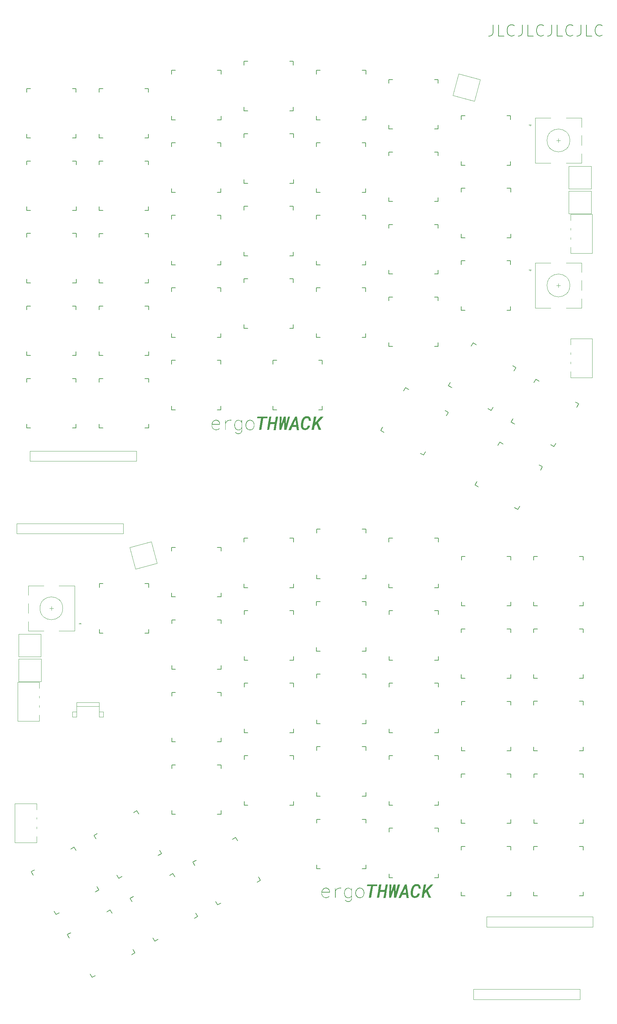
<source format=gbr>
%TF.GenerationSoftware,KiCad,Pcbnew,7.0.8*%
%TF.CreationDate,2024-02-17T13:20:42-05:00*%
%TF.ProjectId,ergothwack,6572676f-7468-4776-9163-6b2e6b696361,rev?*%
%TF.SameCoordinates,Original*%
%TF.FileFunction,Legend,Top*%
%TF.FilePolarity,Positive*%
%FSLAX46Y46*%
G04 Gerber Fmt 4.6, Leading zero omitted, Abs format (unit mm)*
G04 Created by KiCad (PCBNEW 7.0.8) date 2024-02-17 13:20:42*
%MOMM*%
%LPD*%
G01*
G04 APERTURE LIST*
%ADD10C,0.150000*%
%ADD11C,0.000000*%
%ADD12C,0.120000*%
%ADD13C,0.140000*%
G04 APERTURE END LIST*
D10*
X147500112Y-6425057D02*
X147500112Y-8567914D01*
X147500112Y-8567914D02*
X147357255Y-8996485D01*
X147357255Y-8996485D02*
X147071541Y-9282200D01*
X147071541Y-9282200D02*
X146642969Y-9425057D01*
X146642969Y-9425057D02*
X146357255Y-9425057D01*
X150357255Y-9425057D02*
X148928683Y-9425057D01*
X148928683Y-9425057D02*
X148928683Y-6425057D01*
X153071540Y-9139342D02*
X152928683Y-9282200D01*
X152928683Y-9282200D02*
X152500111Y-9425057D01*
X152500111Y-9425057D02*
X152214397Y-9425057D01*
X152214397Y-9425057D02*
X151785826Y-9282200D01*
X151785826Y-9282200D02*
X151500111Y-8996485D01*
X151500111Y-8996485D02*
X151357254Y-8710771D01*
X151357254Y-8710771D02*
X151214397Y-8139342D01*
X151214397Y-8139342D02*
X151214397Y-7710771D01*
X151214397Y-7710771D02*
X151357254Y-7139342D01*
X151357254Y-7139342D02*
X151500111Y-6853628D01*
X151500111Y-6853628D02*
X151785826Y-6567914D01*
X151785826Y-6567914D02*
X152214397Y-6425057D01*
X152214397Y-6425057D02*
X152500111Y-6425057D01*
X152500111Y-6425057D02*
X152928683Y-6567914D01*
X152928683Y-6567914D02*
X153071540Y-6710771D01*
X155214397Y-6425057D02*
X155214397Y-8567914D01*
X155214397Y-8567914D02*
X155071540Y-8996485D01*
X155071540Y-8996485D02*
X154785826Y-9282200D01*
X154785826Y-9282200D02*
X154357254Y-9425057D01*
X154357254Y-9425057D02*
X154071540Y-9425057D01*
X158071540Y-9425057D02*
X156642968Y-9425057D01*
X156642968Y-9425057D02*
X156642968Y-6425057D01*
X160785825Y-9139342D02*
X160642968Y-9282200D01*
X160642968Y-9282200D02*
X160214396Y-9425057D01*
X160214396Y-9425057D02*
X159928682Y-9425057D01*
X159928682Y-9425057D02*
X159500111Y-9282200D01*
X159500111Y-9282200D02*
X159214396Y-8996485D01*
X159214396Y-8996485D02*
X159071539Y-8710771D01*
X159071539Y-8710771D02*
X158928682Y-8139342D01*
X158928682Y-8139342D02*
X158928682Y-7710771D01*
X158928682Y-7710771D02*
X159071539Y-7139342D01*
X159071539Y-7139342D02*
X159214396Y-6853628D01*
X159214396Y-6853628D02*
X159500111Y-6567914D01*
X159500111Y-6567914D02*
X159928682Y-6425057D01*
X159928682Y-6425057D02*
X160214396Y-6425057D01*
X160214396Y-6425057D02*
X160642968Y-6567914D01*
X160642968Y-6567914D02*
X160785825Y-6710771D01*
X162928682Y-6425057D02*
X162928682Y-8567914D01*
X162928682Y-8567914D02*
X162785825Y-8996485D01*
X162785825Y-8996485D02*
X162500111Y-9282200D01*
X162500111Y-9282200D02*
X162071539Y-9425057D01*
X162071539Y-9425057D02*
X161785825Y-9425057D01*
X165785825Y-9425057D02*
X164357253Y-9425057D01*
X164357253Y-9425057D02*
X164357253Y-6425057D01*
X168500110Y-9139342D02*
X168357253Y-9282200D01*
X168357253Y-9282200D02*
X167928681Y-9425057D01*
X167928681Y-9425057D02*
X167642967Y-9425057D01*
X167642967Y-9425057D02*
X167214396Y-9282200D01*
X167214396Y-9282200D02*
X166928681Y-8996485D01*
X166928681Y-8996485D02*
X166785824Y-8710771D01*
X166785824Y-8710771D02*
X166642967Y-8139342D01*
X166642967Y-8139342D02*
X166642967Y-7710771D01*
X166642967Y-7710771D02*
X166785824Y-7139342D01*
X166785824Y-7139342D02*
X166928681Y-6853628D01*
X166928681Y-6853628D02*
X167214396Y-6567914D01*
X167214396Y-6567914D02*
X167642967Y-6425057D01*
X167642967Y-6425057D02*
X167928681Y-6425057D01*
X167928681Y-6425057D02*
X168357253Y-6567914D01*
X168357253Y-6567914D02*
X168500110Y-6710771D01*
X170642967Y-6425057D02*
X170642967Y-8567914D01*
X170642967Y-8567914D02*
X170500110Y-8996485D01*
X170500110Y-8996485D02*
X170214396Y-9282200D01*
X170214396Y-9282200D02*
X169785824Y-9425057D01*
X169785824Y-9425057D02*
X169500110Y-9425057D01*
X173500110Y-9425057D02*
X172071538Y-9425057D01*
X172071538Y-9425057D02*
X172071538Y-6425057D01*
X176214395Y-9139342D02*
X176071538Y-9282200D01*
X176071538Y-9282200D02*
X175642966Y-9425057D01*
X175642966Y-9425057D02*
X175357252Y-9425057D01*
X175357252Y-9425057D02*
X174928681Y-9282200D01*
X174928681Y-9282200D02*
X174642966Y-8996485D01*
X174642966Y-8996485D02*
X174500109Y-8710771D01*
X174500109Y-8710771D02*
X174357252Y-8139342D01*
X174357252Y-8139342D02*
X174357252Y-7710771D01*
X174357252Y-7710771D02*
X174500109Y-7139342D01*
X174500109Y-7139342D02*
X174642966Y-6853628D01*
X174642966Y-6853628D02*
X174928681Y-6567914D01*
X174928681Y-6567914D02*
X175357252Y-6425057D01*
X175357252Y-6425057D02*
X175642966Y-6425057D01*
X175642966Y-6425057D02*
X176071538Y-6567914D01*
X176071538Y-6567914D02*
X176214395Y-6710771D01*
D11*
G36*
X107355299Y-233228033D02*
G01*
X107466205Y-233231323D01*
X107578196Y-233236990D01*
X107578196Y-233378101D01*
X107512120Y-233376654D01*
X107446456Y-233373140D01*
X107318023Y-233364872D01*
X107256080Y-233362598D01*
X107225858Y-233362469D01*
X107196205Y-233363218D01*
X107167171Y-233365001D01*
X107138809Y-233367972D01*
X107111171Y-233372287D01*
X107084308Y-233378101D01*
X107025199Y-233385568D01*
X106966968Y-233394844D01*
X106909668Y-233406084D01*
X106853349Y-233419442D01*
X106798064Y-233435074D01*
X106743864Y-233453135D01*
X106690801Y-233473780D01*
X106638926Y-233497164D01*
X106588292Y-233523441D01*
X106538950Y-233552767D01*
X106490951Y-233585298D01*
X106444347Y-233621187D01*
X106399191Y-233660590D01*
X106355533Y-233703663D01*
X106313425Y-233750559D01*
X106272919Y-233801434D01*
X106247288Y-233834516D01*
X106223310Y-233867649D01*
X106200986Y-233900886D01*
X106180315Y-233934277D01*
X106161298Y-233967875D01*
X106143935Y-234001732D01*
X106128225Y-234035899D01*
X106114169Y-234070427D01*
X106101767Y-234105369D01*
X106091018Y-234140776D01*
X106081923Y-234176700D01*
X106074482Y-234213192D01*
X106068694Y-234250304D01*
X106064560Y-234288088D01*
X106062079Y-234326596D01*
X106061253Y-234365879D01*
X106061253Y-235847545D01*
X105920142Y-235847545D01*
X105920141Y-233272268D01*
X106025975Y-233272268D01*
X106026526Y-233405111D01*
X106027835Y-233472566D01*
X106030384Y-233541261D01*
X106034587Y-233611610D01*
X106040857Y-233684025D01*
X106049608Y-233758922D01*
X106061253Y-233836712D01*
X106094940Y-233782127D01*
X106129836Y-233730758D01*
X106165907Y-233682516D01*
X106203122Y-233637310D01*
X106241447Y-233595049D01*
X106280851Y-233555644D01*
X106321302Y-233519003D01*
X106362767Y-233485037D01*
X106405214Y-233453654D01*
X106448610Y-233424765D01*
X106492924Y-233398279D01*
X106538122Y-233374105D01*
X106584174Y-233352153D01*
X106631045Y-233332333D01*
X106678705Y-233314554D01*
X106727120Y-233298726D01*
X106776259Y-233284758D01*
X106826089Y-233272561D01*
X106927694Y-233253113D01*
X107031675Y-233239660D01*
X107137776Y-233231478D01*
X107245736Y-233227843D01*
X107355299Y-233228033D01*
G37*
G36*
X112420621Y-233222038D02*
G01*
X112461445Y-233223628D01*
X112502890Y-233226646D01*
X112544954Y-233231098D01*
X112587639Y-233236990D01*
X112665369Y-233246059D01*
X112739843Y-233259934D01*
X112811114Y-233278460D01*
X112879232Y-233301482D01*
X112944250Y-233328845D01*
X113006218Y-233360393D01*
X113065190Y-233395973D01*
X113121216Y-233435427D01*
X113174348Y-233478603D01*
X113224637Y-233525344D01*
X113272137Y-233575496D01*
X113316897Y-233628904D01*
X113358970Y-233685412D01*
X113398408Y-233744866D01*
X113435261Y-233807110D01*
X113469583Y-233871990D01*
X113488608Y-233912074D01*
X113506032Y-233952881D01*
X113521905Y-233994308D01*
X113536280Y-234036252D01*
X113549208Y-234078609D01*
X113560741Y-234121277D01*
X113570929Y-234164151D01*
X113579826Y-234207129D01*
X113587483Y-234250106D01*
X113593952Y-234292980D01*
X113599283Y-234335648D01*
X113603529Y-234378005D01*
X113606742Y-234419949D01*
X113608972Y-234461377D01*
X113610695Y-234542268D01*
X113609868Y-234600998D01*
X113607388Y-234658230D01*
X113603253Y-234714118D01*
X113597466Y-234768817D01*
X113590024Y-234822483D01*
X113580929Y-234875271D01*
X113570181Y-234927335D01*
X113557778Y-234978830D01*
X113543722Y-235029912D01*
X113528013Y-235080736D01*
X113510650Y-235131456D01*
X113491633Y-235182229D01*
X113470962Y-235233207D01*
X113448638Y-235284548D01*
X113424660Y-235336405D01*
X113399029Y-235388934D01*
X113357621Y-235452914D01*
X113312919Y-235512579D01*
X113265142Y-235567954D01*
X113214509Y-235619066D01*
X113161242Y-235665941D01*
X113105558Y-235708605D01*
X113047679Y-235747082D01*
X112987822Y-235781399D01*
X112926209Y-235811583D01*
X112863058Y-235837658D01*
X112798590Y-235859650D01*
X112733023Y-235877586D01*
X112666578Y-235891492D01*
X112599474Y-235901392D01*
X112531931Y-235907313D01*
X112464168Y-235909281D01*
X112396405Y-235907322D01*
X112328862Y-235901461D01*
X112261758Y-235891724D01*
X112195313Y-235878138D01*
X112129746Y-235860727D01*
X112065278Y-235839518D01*
X112002127Y-235814537D01*
X111940514Y-235785809D01*
X111880657Y-235753361D01*
X111822778Y-235717217D01*
X111767094Y-235677405D01*
X111713827Y-235633949D01*
X111663195Y-235586877D01*
X111615418Y-235536212D01*
X111570715Y-235481982D01*
X111529308Y-235424212D01*
X111500472Y-235380307D01*
X111473497Y-235334657D01*
X111425128Y-235238590D01*
X111384200Y-235136943D01*
X111350714Y-235030645D01*
X111324669Y-234920625D01*
X111306066Y-234807816D01*
X111294903Y-234693146D01*
X111292176Y-234608413D01*
X111427883Y-234608413D01*
X111433059Y-234699149D01*
X111445315Y-234789419D01*
X111464703Y-234879172D01*
X111491273Y-234968357D01*
X111525078Y-235056922D01*
X111566169Y-235144815D01*
X111614598Y-235231984D01*
X111670418Y-235318378D01*
X111708013Y-235372846D01*
X111747941Y-235423807D01*
X111790052Y-235471266D01*
X111834197Y-235515231D01*
X111880229Y-235555708D01*
X111927999Y-235592703D01*
X111977357Y-235626222D01*
X112028156Y-235656273D01*
X112080247Y-235682862D01*
X112133482Y-235705995D01*
X112187711Y-235725678D01*
X112242786Y-235741918D01*
X112298559Y-235754722D01*
X112354881Y-235764096D01*
X112411603Y-235770046D01*
X112468577Y-235772580D01*
X112525655Y-235771702D01*
X112582687Y-235767420D01*
X112639526Y-235759741D01*
X112696022Y-235748671D01*
X112752028Y-235734215D01*
X112807394Y-235716381D01*
X112861972Y-235695176D01*
X112915613Y-235670605D01*
X112968169Y-235642675D01*
X113019491Y-235611392D01*
X113069431Y-235576764D01*
X113117840Y-235538795D01*
X113164569Y-235497494D01*
X113209471Y-235452866D01*
X113252396Y-235404918D01*
X113293195Y-235353656D01*
X113331160Y-235260914D01*
X113348773Y-235214285D01*
X113365404Y-235167345D01*
X113381001Y-235119993D01*
X113395514Y-235072123D01*
X113408889Y-235023633D01*
X113421076Y-234974420D01*
X113432023Y-234924380D01*
X113441678Y-234873410D01*
X113449989Y-234821406D01*
X113456905Y-234768266D01*
X113462374Y-234713885D01*
X113466344Y-234658161D01*
X113468765Y-234600989D01*
X113469583Y-234542268D01*
X113469169Y-234508799D01*
X113467929Y-234474606D01*
X113465862Y-234439793D01*
X113462968Y-234404464D01*
X113459248Y-234368721D01*
X113454700Y-234332668D01*
X113449326Y-234296408D01*
X113443125Y-234260045D01*
X113436097Y-234223682D01*
X113428242Y-234187423D01*
X113419561Y-234151370D01*
X113410052Y-234115627D01*
X113399717Y-234080298D01*
X113388555Y-234045485D01*
X113376566Y-234011292D01*
X113363750Y-233977823D01*
X113329834Y-233913340D01*
X113294160Y-233852215D01*
X113256625Y-233794501D01*
X113217127Y-233740250D01*
X113175562Y-233689512D01*
X113131827Y-233642340D01*
X113085817Y-233598785D01*
X113037431Y-233558900D01*
X113012314Y-233540349D01*
X112986564Y-233522735D01*
X112960168Y-233506064D01*
X112933114Y-233490342D01*
X112905387Y-233475577D01*
X112876976Y-233461774D01*
X112847867Y-233448940D01*
X112818048Y-233437081D01*
X112787505Y-233426204D01*
X112756225Y-233416316D01*
X112724197Y-233407422D01*
X112691406Y-233399530D01*
X112657840Y-233392645D01*
X112623486Y-233386774D01*
X112552362Y-233378101D01*
X112474623Y-233373959D01*
X112400089Y-233374725D01*
X112328655Y-233380349D01*
X112260218Y-233390779D01*
X112194675Y-233405963D01*
X112131923Y-233425850D01*
X112071857Y-233450388D01*
X112014376Y-233479525D01*
X111959375Y-233513209D01*
X111906751Y-233551389D01*
X111856401Y-233594014D01*
X111808222Y-233641031D01*
X111762109Y-233692389D01*
X111717960Y-233748035D01*
X111675671Y-233807920D01*
X111635140Y-233871990D01*
X111585539Y-233964586D01*
X111542605Y-234057129D01*
X111506388Y-234149570D01*
X111476941Y-234241855D01*
X111454316Y-234333934D01*
X111438563Y-234425754D01*
X111429735Y-234517265D01*
X111427883Y-234608413D01*
X111292176Y-234608413D01*
X111291183Y-234577546D01*
X111294903Y-234461946D01*
X111306066Y-234347276D01*
X111324669Y-234234466D01*
X111350714Y-234124447D01*
X111384200Y-234018148D01*
X111425128Y-233916501D01*
X111473497Y-233820434D01*
X111500472Y-233774785D01*
X111529308Y-233730879D01*
X111552769Y-233695120D01*
X111576850Y-233660608D01*
X111601551Y-233627349D01*
X111626872Y-233595349D01*
X111652814Y-233564616D01*
X111679375Y-233535155D01*
X111706557Y-233506973D01*
X111734359Y-233480076D01*
X111762781Y-233454471D01*
X111791823Y-233430165D01*
X111821485Y-233407164D01*
X111851767Y-233385474D01*
X111882670Y-233365101D01*
X111914193Y-233346053D01*
X111946335Y-233328336D01*
X111979098Y-233311955D01*
X112012481Y-233296919D01*
X112046484Y-233283232D01*
X112081107Y-233270902D01*
X112116351Y-233259934D01*
X112152214Y-233250337D01*
X112188697Y-233242115D01*
X112225801Y-233235275D01*
X112263525Y-233229824D01*
X112301869Y-233225769D01*
X112340833Y-233223115D01*
X112380417Y-233221869D01*
X112420621Y-233222038D01*
G37*
G36*
X124940921Y-233228722D02*
G01*
X125062740Y-234105705D01*
X125322914Y-235882823D01*
X124758471Y-235882823D01*
X124652636Y-235071434D01*
X123594302Y-235071434D01*
X123206248Y-235882823D01*
X122571249Y-235882823D01*
X123000093Y-234989303D01*
X123220405Y-234542267D01*
X123805969Y-234542267D01*
X124582082Y-234542267D01*
X124555071Y-234224767D01*
X124524754Y-233907268D01*
X124507322Y-233748518D01*
X124487822Y-233589768D01*
X124465842Y-233431018D01*
X124440969Y-233272268D01*
X124351465Y-233431018D01*
X124267337Y-233589768D01*
X124187342Y-233748518D01*
X124110241Y-233907268D01*
X123959759Y-234224767D01*
X123883897Y-234383517D01*
X123805969Y-234542267D01*
X123220405Y-234542267D01*
X123435554Y-234105705D01*
X124299860Y-232355046D01*
X124829025Y-232355046D01*
X124940921Y-233228722D01*
G37*
G36*
X117067511Y-232352445D02*
G01*
X117066331Y-232384398D01*
X117064428Y-232415731D01*
X117061853Y-232446548D01*
X117054894Y-232507044D01*
X117045868Y-232566713D01*
X117035188Y-232626382D01*
X117023268Y-232686878D01*
X116997361Y-232813657D01*
X115939027Y-232813657D01*
X115409861Y-235847545D01*
X114845417Y-235847545D01*
X115110000Y-234326191D01*
X115374584Y-232778379D01*
X114316251Y-232778379D01*
X114342158Y-232652151D01*
X114354078Y-232592964D01*
X114364757Y-232535845D01*
X114373784Y-232480379D01*
X114380743Y-232426153D01*
X114383318Y-232399376D01*
X114385221Y-232372754D01*
X114386401Y-232346235D01*
X114386806Y-232319768D01*
X117067916Y-232319768D01*
X117067511Y-232352445D01*
G37*
G36*
X109466327Y-233241158D02*
G01*
X109526535Y-233248635D01*
X109586253Y-233259858D01*
X109645279Y-233274809D01*
X109703414Y-233293467D01*
X109760457Y-233315814D01*
X109816209Y-233341830D01*
X109870468Y-233371495D01*
X109923035Y-233404791D01*
X109973709Y-233441698D01*
X110022290Y-233482196D01*
X110068578Y-233526266D01*
X110112373Y-233573889D01*
X110153474Y-233625046D01*
X110153576Y-233628252D01*
X110153879Y-233631264D01*
X110154375Y-233634096D01*
X110155058Y-233636759D01*
X110155923Y-233639268D01*
X110156962Y-233641634D01*
X110158169Y-233643871D01*
X110159537Y-233645992D01*
X110161061Y-233648010D01*
X110162733Y-233649937D01*
X110164547Y-233651786D01*
X110166496Y-233653571D01*
X110168575Y-233655305D01*
X110170777Y-233656999D01*
X110173095Y-233658668D01*
X110175523Y-233660324D01*
X110198123Y-233674655D01*
X110204419Y-233679013D01*
X110207628Y-233681380D01*
X110210869Y-233683888D01*
X110214137Y-233686551D01*
X110217424Y-233689383D01*
X110220724Y-233692395D01*
X110224030Y-233695601D01*
X110224030Y-233272268D01*
X110365141Y-233272268D01*
X110365141Y-235988657D01*
X110355262Y-236073759D01*
X110339027Y-236156846D01*
X110316694Y-236237556D01*
X110288522Y-236315527D01*
X110254769Y-236390398D01*
X110215692Y-236461806D01*
X110171552Y-236529390D01*
X110122606Y-236592788D01*
X110069112Y-236651639D01*
X110011329Y-236705581D01*
X109949516Y-236754251D01*
X109917178Y-236776497D01*
X109883930Y-236797289D01*
X109849803Y-236816583D01*
X109814830Y-236834332D01*
X109779043Y-236850493D01*
X109742474Y-236865020D01*
X109705156Y-236877867D01*
X109667121Y-236888989D01*
X109628402Y-236898341D01*
X109589030Y-236905878D01*
X109516304Y-236916627D01*
X109443784Y-236922415D01*
X109371678Y-236923241D01*
X109300193Y-236919107D01*
X109229534Y-236910012D01*
X109159908Y-236895956D01*
X109091523Y-236876939D01*
X109024585Y-236852961D01*
X108959300Y-236824022D01*
X108895876Y-236790123D01*
X108834519Y-236751262D01*
X108775436Y-236707440D01*
X108718833Y-236658658D01*
X108664917Y-236604914D01*
X108613895Y-236546210D01*
X108565974Y-236482545D01*
X108671807Y-236376711D01*
X108671908Y-236380018D01*
X108672203Y-236383317D01*
X108672679Y-236386604D01*
X108673323Y-236389872D01*
X108674122Y-236393113D01*
X108675063Y-236396323D01*
X108677319Y-236402619D01*
X108679989Y-236408708D01*
X108682969Y-236414539D01*
X108686156Y-236420059D01*
X108689446Y-236425218D01*
X108692736Y-236429964D01*
X108695923Y-236434245D01*
X108701572Y-236441204D01*
X108707085Y-236447267D01*
X108747194Y-236486102D01*
X108788182Y-236523128D01*
X108830100Y-236558190D01*
X108873000Y-236591134D01*
X108916934Y-236621804D01*
X108961953Y-236650045D01*
X109008108Y-236675703D01*
X109055453Y-236698621D01*
X109104037Y-236718646D01*
X109153914Y-236735621D01*
X109205133Y-236749393D01*
X109257749Y-236759806D01*
X109284596Y-236763704D01*
X109311811Y-236766705D01*
X109339401Y-236768788D01*
X109367372Y-236769934D01*
X109395730Y-236770125D01*
X109424483Y-236769340D01*
X109453636Y-236767560D01*
X109483196Y-236764767D01*
X109541883Y-236756895D01*
X109598813Y-236746439D01*
X109653883Y-236733296D01*
X109706989Y-236717362D01*
X109758028Y-236698535D01*
X109806897Y-236676710D01*
X109853492Y-236651785D01*
X109897710Y-236623655D01*
X109939447Y-236592219D01*
X109978600Y-236557372D01*
X110015067Y-236519011D01*
X110048742Y-236477032D01*
X110064502Y-236454654D01*
X110079524Y-236431333D01*
X110093798Y-236407056D01*
X110107309Y-236381810D01*
X110120045Y-236355582D01*
X110131993Y-236328359D01*
X110153473Y-236270878D01*
X110172094Y-236224576D01*
X110188337Y-236178274D01*
X110202307Y-236131972D01*
X110214107Y-236085670D01*
X110223839Y-236039368D01*
X110231608Y-235993066D01*
X110237516Y-235946764D01*
X110241667Y-235900462D01*
X110244165Y-235854160D01*
X110245113Y-235807858D01*
X110244613Y-235761555D01*
X110242770Y-235715253D01*
X110239687Y-235668951D01*
X110235467Y-235622649D01*
X110224029Y-235530045D01*
X110118196Y-235635879D01*
X110087722Y-235664819D01*
X110055892Y-235692120D01*
X110022795Y-235717792D01*
X109988523Y-235741850D01*
X109953165Y-235764305D01*
X109916813Y-235785172D01*
X109841486Y-235822189D01*
X109763265Y-235853006D01*
X109682874Y-235877724D01*
X109601036Y-235896448D01*
X109518474Y-235909281D01*
X109435913Y-235916326D01*
X109354074Y-235917687D01*
X109273683Y-235913467D01*
X109195462Y-235903769D01*
X109120135Y-235888697D01*
X109048425Y-235868353D01*
X108981057Y-235842842D01*
X108918752Y-235812267D01*
X108886101Y-235792010D01*
X108854329Y-235770926D01*
X108823487Y-235749015D01*
X108793626Y-235726278D01*
X108764799Y-235702713D01*
X108737058Y-235678322D01*
X108710453Y-235653104D01*
X108685037Y-235627059D01*
X108660861Y-235600187D01*
X108637977Y-235572489D01*
X108616437Y-235543963D01*
X108596291Y-235514611D01*
X108577593Y-235484432D01*
X108560393Y-235453426D01*
X108544744Y-235421594D01*
X108530697Y-235388934D01*
X108487280Y-235290112D01*
X108449599Y-235192013D01*
X108417603Y-235094534D01*
X108391239Y-234997572D01*
X108370456Y-234901023D01*
X108355203Y-234804784D01*
X108345428Y-234708752D01*
X108341078Y-234612823D01*
X108341785Y-234546677D01*
X108468961Y-234546677D01*
X108471028Y-234627921D01*
X108477229Y-234709630D01*
X108487564Y-234791856D01*
X108502034Y-234874650D01*
X108520637Y-234958065D01*
X108543375Y-235042151D01*
X108570246Y-235126960D01*
X108601252Y-235212545D01*
X108625928Y-235270625D01*
X108653549Y-235325785D01*
X108683960Y-235378000D01*
X108717008Y-235427243D01*
X108752535Y-235473490D01*
X108790388Y-235516713D01*
X108830411Y-235556887D01*
X108872450Y-235593986D01*
X108916349Y-235627985D01*
X108961954Y-235658857D01*
X109009109Y-235686577D01*
X109057659Y-235711119D01*
X109107449Y-235732457D01*
X109158324Y-235750565D01*
X109210130Y-235765418D01*
X109262711Y-235776989D01*
X109315911Y-235785253D01*
X109369577Y-235790184D01*
X109423553Y-235791756D01*
X109477684Y-235789943D01*
X109531815Y-235784719D01*
X109585791Y-235776059D01*
X109639457Y-235763937D01*
X109692658Y-235748326D01*
X109745239Y-235729202D01*
X109797044Y-235706537D01*
X109847920Y-235680307D01*
X109897710Y-235650485D01*
X109946260Y-235617047D01*
X109993415Y-235579964D01*
X110039019Y-235539213D01*
X110082918Y-235494767D01*
X110101944Y-235474915D01*
X110119367Y-235455011D01*
X110135241Y-235435003D01*
X110149615Y-235414841D01*
X110162543Y-235394472D01*
X110174075Y-235373844D01*
X110184264Y-235352907D01*
X110193161Y-235331607D01*
X110200818Y-235309895D01*
X110207286Y-235287717D01*
X110212617Y-235265022D01*
X110216863Y-235241759D01*
X110220076Y-235217876D01*
X110222307Y-235193321D01*
X110223607Y-235168043D01*
X110224029Y-235141989D01*
X110235673Y-235065715D01*
X110244424Y-234994815D01*
X110250694Y-234928049D01*
X110254897Y-234864177D01*
X110257446Y-234801959D01*
X110258756Y-234740154D01*
X110259307Y-234612823D01*
X110259307Y-234083657D01*
X110259238Y-234068912D01*
X110258756Y-234051686D01*
X110258230Y-234042402D01*
X110257446Y-234032807D01*
X110256353Y-234023006D01*
X110254897Y-234013101D01*
X110253028Y-234003196D01*
X110250694Y-233993395D01*
X110247843Y-233983800D01*
X110244424Y-233974516D01*
X110240385Y-233965645D01*
X110238116Y-233961397D01*
X110235673Y-233957290D01*
X110233050Y-233953339D01*
X110230239Y-233949556D01*
X110227234Y-233945954D01*
X110224029Y-233942545D01*
X110213391Y-233912992D01*
X110201352Y-233883884D01*
X110187956Y-233855254D01*
X110173248Y-233827135D01*
X110157275Y-233799558D01*
X110140081Y-233772556D01*
X110121711Y-233746161D01*
X110102211Y-233720406D01*
X110081625Y-233695322D01*
X110060000Y-233670943D01*
X110037380Y-233647300D01*
X110013810Y-233624425D01*
X109989336Y-233602352D01*
X109964002Y-233581112D01*
X109937855Y-233560737D01*
X109910939Y-233541261D01*
X109883300Y-233522714D01*
X109854982Y-233505130D01*
X109826032Y-233488541D01*
X109796493Y-233472979D01*
X109766412Y-233458476D01*
X109735834Y-233445065D01*
X109704803Y-233432778D01*
X109673366Y-233421647D01*
X109641566Y-233411705D01*
X109609450Y-233402983D01*
X109577063Y-233395515D01*
X109544450Y-233389332D01*
X109511656Y-233384467D01*
X109478726Y-233380952D01*
X109445706Y-233378819D01*
X109412641Y-233378101D01*
X109346943Y-233380168D01*
X109282278Y-233386369D01*
X109218854Y-233396705D01*
X109156877Y-233411174D01*
X109096553Y-233429778D01*
X109038090Y-233452515D01*
X108981694Y-233479387D01*
X108927572Y-233510393D01*
X108875930Y-233545533D01*
X108826975Y-233584807D01*
X108780914Y-233628215D01*
X108737954Y-233675757D01*
X108698301Y-233727434D01*
X108662162Y-233783244D01*
X108629743Y-233843189D01*
X108614994Y-233874712D01*
X108601252Y-233907268D01*
X108570246Y-233986651D01*
X108543375Y-234066086D01*
X108520637Y-234145625D01*
X108502034Y-234225319D01*
X108487564Y-234305219D01*
X108477229Y-234385378D01*
X108471028Y-234465847D01*
X108468961Y-234546677D01*
X108341785Y-234546677D01*
X108342103Y-234516895D01*
X108348451Y-234420863D01*
X108360069Y-234324624D01*
X108376907Y-234228075D01*
X108398913Y-234131113D01*
X108426034Y-234033634D01*
X108458220Y-233935535D01*
X108495419Y-233836712D01*
X108526908Y-233769323D01*
X108561711Y-233706049D01*
X108599627Y-233646869D01*
X108640457Y-233591766D01*
X108684000Y-233540720D01*
X108730055Y-233493710D01*
X108778423Y-233450719D01*
X108828904Y-233411726D01*
X108881296Y-233376712D01*
X108935400Y-233345657D01*
X108991016Y-233318543D01*
X109047943Y-233295350D01*
X109105981Y-233276059D01*
X109164929Y-233260650D01*
X109224589Y-233249103D01*
X109284759Y-233241400D01*
X109345238Y-233237521D01*
X109405828Y-233237447D01*
X109466327Y-233241158D01*
G37*
G36*
X129591518Y-233871990D02*
G01*
X129689928Y-233784803D01*
X129786788Y-233695394D01*
X129882201Y-233604022D01*
X129976269Y-233510944D01*
X130160790Y-233320706D01*
X130341175Y-233126747D01*
X131037911Y-232355046D01*
X131778743Y-232355046D01*
X131605180Y-232551967D01*
X131428723Y-232746409D01*
X131249785Y-232939196D01*
X131068779Y-233131157D01*
X130702221Y-233515905D01*
X130332355Y-233907268D01*
X130760099Y-234877406D01*
X130982239Y-235365783D01*
X131096823Y-235607904D01*
X131214300Y-235847545D01*
X130544022Y-235847545D01*
X130226522Y-235102302D01*
X130067772Y-234721412D01*
X129909020Y-234330601D01*
X129802636Y-234436434D01*
X129748410Y-234489351D01*
X129692944Y-234542267D01*
X129635824Y-234595184D01*
X129576637Y-234648101D01*
X129514970Y-234701017D01*
X129450410Y-234753934D01*
X129398044Y-235019068D01*
X129372894Y-235152669D01*
X129348985Y-235287510D01*
X129326730Y-235424005D01*
X129306542Y-235562567D01*
X129288834Y-235703609D01*
X129274021Y-235847545D01*
X128674300Y-235847545D01*
X128987389Y-234096886D01*
X129135666Y-233213288D01*
X129274021Y-232319768D01*
X129873742Y-232319768D01*
X129591518Y-233871990D01*
G37*
G36*
X127453900Y-232232400D02*
G01*
X127503388Y-232234881D01*
X127552670Y-232239015D01*
X127601642Y-232244803D01*
X127650201Y-232252244D01*
X127698243Y-232261339D01*
X127745664Y-232272088D01*
X127792362Y-232284490D01*
X127831331Y-232298234D01*
X127868878Y-232312998D01*
X127905030Y-232328770D01*
X127939812Y-232345537D01*
X127973251Y-232363286D01*
X128005372Y-232382004D01*
X128036201Y-232401677D01*
X128065765Y-232422294D01*
X128094087Y-232443841D01*
X128121196Y-232466305D01*
X128147116Y-232489674D01*
X128171873Y-232513933D01*
X128195494Y-232539072D01*
X128218003Y-232565076D01*
X128239427Y-232591933D01*
X128259792Y-232619629D01*
X128279123Y-232648152D01*
X128297447Y-232677489D01*
X128314789Y-232707627D01*
X128331175Y-232738554D01*
X128361181Y-232802718D01*
X128387674Y-232869881D01*
X128410860Y-232939937D01*
X128430945Y-233012783D01*
X128448136Y-233088317D01*
X128462640Y-233166434D01*
X128462709Y-233192824D01*
X128463191Y-233218800D01*
X128464501Y-233243949D01*
X128465594Y-233256084D01*
X128467050Y-233267858D01*
X128468919Y-233279218D01*
X128471253Y-233290113D01*
X128474104Y-233300492D01*
X128477523Y-233310301D01*
X128481563Y-233319491D01*
X128486274Y-233328009D01*
X128491709Y-233335804D01*
X128494713Y-233339414D01*
X128497919Y-233342823D01*
X128501022Y-233349334D01*
X128503731Y-233355639D01*
X128506065Y-233361737D01*
X128508045Y-233367628D01*
X128509688Y-233373312D01*
X128511015Y-233378790D01*
X128512045Y-233384061D01*
X128512798Y-233389125D01*
X128513291Y-233393983D01*
X128513546Y-233398634D01*
X128513417Y-233407315D01*
X128512564Y-233415170D01*
X128511142Y-233422198D01*
X128509308Y-233428399D01*
X128507215Y-233433774D01*
X128505019Y-233438321D01*
X128502874Y-233442042D01*
X128499360Y-233447003D01*
X128497913Y-233448657D01*
X127933468Y-233448657D01*
X127933072Y-233435419D01*
X127931952Y-233422129D01*
X127930213Y-233408737D01*
X127927956Y-233395189D01*
X127922307Y-233367421D01*
X127915830Y-233338414D01*
X127909354Y-233307752D01*
X127906374Y-233291672D01*
X127903704Y-233275024D01*
X127901448Y-233257755D01*
X127899708Y-233239815D01*
X127898588Y-233221151D01*
X127898192Y-233201712D01*
X127890658Y-233159849D01*
X127881329Y-233120227D01*
X127870268Y-233082815D01*
X127857541Y-233047579D01*
X127843211Y-233014488D01*
X127827344Y-232983509D01*
X127810005Y-232954610D01*
X127791257Y-232927758D01*
X127771165Y-232902923D01*
X127749795Y-232880070D01*
X127727210Y-232859168D01*
X127703476Y-232840184D01*
X127678656Y-232823087D01*
X127652815Y-232807843D01*
X127626019Y-232794421D01*
X127598331Y-232782789D01*
X127569816Y-232772913D01*
X127540539Y-232764762D01*
X127510564Y-232758304D01*
X127479957Y-232753506D01*
X127448781Y-232750335D01*
X127417101Y-232748760D01*
X127384982Y-232748748D01*
X127352488Y-232750267D01*
X127319684Y-232753285D01*
X127286634Y-232757769D01*
X127253404Y-232763687D01*
X127220058Y-232771007D01*
X127186660Y-232779696D01*
X127153275Y-232789722D01*
X127119967Y-232801053D01*
X127086801Y-232813657D01*
X127060748Y-232827308D01*
X127035470Y-232841838D01*
X127010915Y-232857298D01*
X126987032Y-232873739D01*
X126963769Y-232891215D01*
X126941074Y-232909775D01*
X126918897Y-232929472D01*
X126897184Y-232950358D01*
X126875885Y-232972484D01*
X126854948Y-232995902D01*
X126834320Y-233020664D01*
X126813951Y-233046821D01*
X126793789Y-233074425D01*
X126773782Y-233103527D01*
X126753878Y-233134180D01*
X126734026Y-233166435D01*
X126708385Y-233213141D01*
X126684347Y-233260623D01*
X126661859Y-233308829D01*
X126640869Y-233357706D01*
X126621327Y-233407204D01*
X126603180Y-233457269D01*
X126586376Y-233507852D01*
X126570865Y-233558900D01*
X126556594Y-233610361D01*
X126543511Y-233662184D01*
X126531565Y-233714317D01*
X126520704Y-233766708D01*
X126502032Y-233872059D01*
X126487080Y-233977823D01*
X126461174Y-234131061D01*
X126449254Y-234204786D01*
X126438575Y-234277684D01*
X126429549Y-234350582D01*
X126422590Y-234424307D01*
X126418111Y-234499686D01*
X126416931Y-234538254D01*
X126416526Y-234577545D01*
X126417077Y-234683378D01*
X126418386Y-234736295D01*
X126420936Y-234789212D01*
X126425139Y-234842128D01*
X126427990Y-234868587D01*
X126431409Y-234895045D01*
X126435449Y-234921503D01*
X126440160Y-234947962D01*
X126445595Y-234974420D01*
X126451804Y-235000878D01*
X126458932Y-235033230D01*
X126467075Y-235064147D01*
X126476211Y-235093644D01*
X126486324Y-235121732D01*
X126497392Y-235148425D01*
X126509397Y-235173736D01*
X126522320Y-235197677D01*
X126536140Y-235220262D01*
X126550838Y-235241503D01*
X126566396Y-235261413D01*
X126582794Y-235280006D01*
X126600012Y-235297294D01*
X126618031Y-235313290D01*
X126636831Y-235328007D01*
X126656394Y-235341458D01*
X126676700Y-235353656D01*
X126697729Y-235364613D01*
X126719462Y-235374344D01*
X126741880Y-235382860D01*
X126764963Y-235390174D01*
X126788692Y-235396300D01*
X126813048Y-235401250D01*
X126838011Y-235405037D01*
X126863562Y-235407675D01*
X126889681Y-235409176D01*
X126916349Y-235409553D01*
X126943547Y-235408818D01*
X126971255Y-235406986D01*
X126999455Y-235404069D01*
X127028125Y-235400079D01*
X127057248Y-235395029D01*
X127086804Y-235388934D01*
X127125665Y-235381096D01*
X127162872Y-235370881D01*
X127198425Y-235358393D01*
X127232325Y-235343734D01*
X127264571Y-235327008D01*
X127295164Y-235308319D01*
X127324102Y-235287769D01*
X127351387Y-235265462D01*
X127377019Y-235241501D01*
X127400997Y-235215990D01*
X127423321Y-235189032D01*
X127443991Y-235160731D01*
X127463008Y-235131189D01*
X127480371Y-235100511D01*
X127496080Y-235068798D01*
X127510136Y-235036156D01*
X127523434Y-235008113D01*
X127537146Y-234977176D01*
X127567463Y-234908274D01*
X127584896Y-234871136D01*
X127594361Y-234852076D01*
X127604395Y-234832758D01*
X127615049Y-234813233D01*
X127626375Y-234793553D01*
X127638425Y-234773769D01*
X127651249Y-234753934D01*
X128215695Y-234753934D01*
X128204341Y-234819249D01*
X128190183Y-234882884D01*
X128173313Y-234944814D01*
X128153820Y-235005013D01*
X128131795Y-235063454D01*
X128107328Y-235120113D01*
X128080510Y-235174963D01*
X128051432Y-235227979D01*
X128020183Y-235279134D01*
X127986853Y-235328403D01*
X127951535Y-235375761D01*
X127914317Y-235421180D01*
X127875291Y-235464635D01*
X127834546Y-235506101D01*
X127792173Y-235545552D01*
X127748264Y-235582962D01*
X127702907Y-235618304D01*
X127656194Y-235651553D01*
X127608214Y-235682684D01*
X127559059Y-235711670D01*
X127508819Y-235738486D01*
X127457585Y-235763106D01*
X127405445Y-235785503D01*
X127352492Y-235805652D01*
X127298816Y-235823528D01*
X127244506Y-235839104D01*
X127189654Y-235852355D01*
X127134350Y-235863254D01*
X127078684Y-235871777D01*
X127022747Y-235877896D01*
X126966628Y-235881587D01*
X126910420Y-235882823D01*
X126854920Y-235881694D01*
X126800866Y-235878344D01*
X126748260Y-235872823D01*
X126697100Y-235865184D01*
X126647387Y-235855477D01*
X126599122Y-235843755D01*
X126552303Y-235830070D01*
X126506931Y-235814472D01*
X126463006Y-235797014D01*
X126420528Y-235777747D01*
X126379497Y-235756723D01*
X126339913Y-235733994D01*
X126301776Y-235709612D01*
X126265085Y-235683627D01*
X126229842Y-235656092D01*
X126196046Y-235627059D01*
X126163696Y-235596578D01*
X126132794Y-235564702D01*
X126103338Y-235531483D01*
X126075329Y-235496972D01*
X126023653Y-235424280D01*
X125977764Y-235347041D01*
X125937663Y-235265668D01*
X125903349Y-235180574D01*
X125874824Y-235092173D01*
X125852086Y-235000878D01*
X125840071Y-234948358D01*
X125830382Y-234896561D01*
X125822863Y-234845384D01*
X125817360Y-234794724D01*
X125813717Y-234744477D01*
X125811779Y-234694540D01*
X125811391Y-234644811D01*
X125812399Y-234595184D01*
X125814647Y-234545557D01*
X125817980Y-234495827D01*
X125827281Y-234395644D01*
X125852086Y-234189490D01*
X125901144Y-233924906D01*
X125925880Y-233792615D01*
X125953510Y-233660323D01*
X125969056Y-233594177D01*
X125986101Y-233528031D01*
X126004903Y-233461886D01*
X126025720Y-233395740D01*
X126048811Y-233329594D01*
X126074434Y-233263448D01*
X126102847Y-233197302D01*
X126134310Y-233131157D01*
X126168632Y-233059249D01*
X126205485Y-232989150D01*
X126244923Y-232921014D01*
X126286996Y-232854998D01*
X126331757Y-232791255D01*
X126379256Y-232729941D01*
X126429546Y-232671211D01*
X126482677Y-232615219D01*
X126538703Y-232562122D01*
X126597674Y-232512073D01*
X126659643Y-232465228D01*
X126724660Y-232421743D01*
X126792778Y-232381771D01*
X126864048Y-232345468D01*
X126938523Y-232312990D01*
X127016252Y-232284490D01*
X127062950Y-232272088D01*
X127110372Y-232261339D01*
X127158414Y-232252244D01*
X127206972Y-232244803D01*
X127255944Y-232239015D01*
X127305226Y-232234881D01*
X127354715Y-232232400D01*
X127404307Y-232231573D01*
X127453900Y-232232400D01*
G37*
G36*
X103598612Y-233215572D02*
G01*
X103651960Y-233219213D01*
X103704921Y-233225283D01*
X103757371Y-233233769D01*
X103809189Y-233244658D01*
X103860251Y-233257936D01*
X103910434Y-233273592D01*
X103959616Y-233291612D01*
X104007674Y-233311983D01*
X104054485Y-233334693D01*
X104099927Y-233359728D01*
X104143877Y-233387076D01*
X104186211Y-233416723D01*
X104226809Y-233448657D01*
X104271457Y-233496190D01*
X104312798Y-233546153D01*
X104350832Y-233598492D01*
X104385559Y-233653158D01*
X104416978Y-233710096D01*
X104445090Y-233769257D01*
X104469895Y-233830589D01*
X104491392Y-233894039D01*
X104509582Y-233959556D01*
X104524465Y-234027088D01*
X104536040Y-234096584D01*
X104544309Y-234167993D01*
X104549269Y-234241261D01*
X104550923Y-234316338D01*
X104549269Y-234393173D01*
X104544309Y-234471712D01*
X102498198Y-234471712D01*
X102488646Y-234558038D01*
X102486278Y-234644725D01*
X102490834Y-234731309D01*
X102502056Y-234817324D01*
X102519687Y-234902306D01*
X102543466Y-234985789D01*
X102573137Y-235067309D01*
X102608441Y-235146399D01*
X102649119Y-235222596D01*
X102694913Y-235295434D01*
X102745564Y-235364448D01*
X102800815Y-235429173D01*
X102860407Y-235489143D01*
X102924081Y-235543894D01*
X102991579Y-235592961D01*
X103062642Y-235635879D01*
X103099227Y-235657999D01*
X103136212Y-235678072D01*
X103173585Y-235696117D01*
X103211332Y-235712153D01*
X103249442Y-235726199D01*
X103287900Y-235738275D01*
X103326694Y-235748401D01*
X103365810Y-235756595D01*
X103405237Y-235762877D01*
X103444962Y-235767266D01*
X103484970Y-235769782D01*
X103525249Y-235770444D01*
X103565787Y-235769271D01*
X103606571Y-235766284D01*
X103647587Y-235761501D01*
X103688823Y-235754941D01*
X103771901Y-235736570D01*
X103855703Y-235711326D01*
X103940125Y-235679364D01*
X104025064Y-235640839D01*
X104110416Y-235595907D01*
X104196078Y-235544721D01*
X104281947Y-235487438D01*
X104367920Y-235424212D01*
X104371226Y-235424313D01*
X104374526Y-235424608D01*
X104377812Y-235425084D01*
X104381080Y-235425728D01*
X104384322Y-235426527D01*
X104387531Y-235427467D01*
X104393827Y-235429724D01*
X104399916Y-235432394D01*
X104405747Y-235435374D01*
X104411268Y-235438561D01*
X104416427Y-235441851D01*
X104421172Y-235445141D01*
X104425453Y-235448327D01*
X104432412Y-235453977D01*
X104438475Y-235459490D01*
X104438475Y-235494768D01*
X104398366Y-235539433D01*
X104357378Y-235580895D01*
X104315459Y-235619256D01*
X104272559Y-235654620D01*
X104228626Y-235687090D01*
X104183607Y-235716769D01*
X104137451Y-235743762D01*
X104090107Y-235768170D01*
X104041523Y-235790098D01*
X103991646Y-235809649D01*
X103940426Y-235826926D01*
X103887811Y-235842033D01*
X103833749Y-235855073D01*
X103778188Y-235866149D01*
X103721077Y-235875365D01*
X103662364Y-235882823D01*
X103584128Y-235887190D01*
X103508179Y-235887164D01*
X103434530Y-235882901D01*
X103363192Y-235874555D01*
X103294181Y-235862282D01*
X103227507Y-235846236D01*
X103163185Y-235826573D01*
X103101227Y-235803448D01*
X103041647Y-235777015D01*
X102984456Y-235747431D01*
X102929668Y-235714849D01*
X102877296Y-235679424D01*
X102827353Y-235641313D01*
X102779852Y-235600670D01*
X102734805Y-235557649D01*
X102692226Y-235512406D01*
X102652127Y-235465096D01*
X102614522Y-235415875D01*
X102579423Y-235364896D01*
X102546843Y-235312315D01*
X102516795Y-235258287D01*
X102489292Y-235202968D01*
X102464348Y-235146511D01*
X102441974Y-235089073D01*
X102422184Y-235030808D01*
X102404991Y-234971871D01*
X102390407Y-234912417D01*
X102378447Y-234852602D01*
X102369121Y-234792579D01*
X102362444Y-234732506D01*
X102358428Y-234672535D01*
X102357087Y-234612823D01*
X102357940Y-234546694D01*
X102360601Y-234480669D01*
X102365226Y-234414851D01*
X102371970Y-234349342D01*
X102374566Y-234330601D01*
X102533476Y-234330601D01*
X104403198Y-234330601D01*
X104406961Y-234264507D01*
X104405196Y-234198723D01*
X104398159Y-234133559D01*
X104386110Y-234069325D01*
X104369306Y-234006331D01*
X104348007Y-233944888D01*
X104322470Y-233885305D01*
X104292955Y-233827893D01*
X104259718Y-233772961D01*
X104223019Y-233720819D01*
X104183116Y-233671778D01*
X104140268Y-233626148D01*
X104094732Y-233584238D01*
X104046768Y-233546360D01*
X103996633Y-233512822D01*
X103944587Y-233483934D01*
X103884870Y-233456326D01*
X103824870Y-233432981D01*
X103764714Y-233413822D01*
X103704532Y-233398772D01*
X103644454Y-233387752D01*
X103584609Y-233380685D01*
X103525125Y-233377494D01*
X103466132Y-233378101D01*
X103407759Y-233382429D01*
X103350135Y-233390400D01*
X103293390Y-233401937D01*
X103237653Y-233416962D01*
X103183053Y-233435397D01*
X103129718Y-233457166D01*
X103077779Y-233482190D01*
X103027365Y-233510393D01*
X102978604Y-233541696D01*
X102931625Y-233576022D01*
X102886559Y-233613293D01*
X102843534Y-233653433D01*
X102802680Y-233696363D01*
X102764125Y-233742006D01*
X102727999Y-233790285D01*
X102694431Y-233841122D01*
X102663550Y-233894439D01*
X102635485Y-233950159D01*
X102610366Y-234008205D01*
X102588322Y-234068498D01*
X102569481Y-234130962D01*
X102553974Y-234195519D01*
X102541929Y-234262091D01*
X102533476Y-234330601D01*
X102374566Y-234330601D01*
X102380987Y-234284247D01*
X102392434Y-234219669D01*
X102406464Y-234155711D01*
X102423233Y-234092476D01*
X102442896Y-234030068D01*
X102465607Y-233968590D01*
X102491523Y-233908146D01*
X102520798Y-233848839D01*
X102553586Y-233790772D01*
X102590044Y-233734048D01*
X102630326Y-233678772D01*
X102674587Y-233625045D01*
X102711980Y-233580085D01*
X102751318Y-233537798D01*
X102792477Y-233498173D01*
X102835335Y-233461197D01*
X102879769Y-233426856D01*
X102925657Y-233395137D01*
X102972875Y-233366028D01*
X103021301Y-233339516D01*
X103070812Y-233315588D01*
X103121286Y-233294230D01*
X103172600Y-233275431D01*
X103224631Y-233259176D01*
X103277255Y-233245454D01*
X103330352Y-233234251D01*
X103383797Y-233225554D01*
X103437468Y-233219351D01*
X103491243Y-233215628D01*
X103544998Y-233214373D01*
X103598612Y-233215572D01*
G37*
G36*
X117844027Y-233801434D02*
G01*
X118972916Y-233801434D01*
X119051739Y-233451413D01*
X119127256Y-233091469D01*
X119162740Y-232908810D01*
X119196158Y-232724911D01*
X119227095Y-232540185D01*
X119255138Y-232355046D01*
X119819581Y-232355046D01*
X119506491Y-234105705D01*
X119358214Y-234989303D01*
X119219859Y-235882823D01*
X118655416Y-235882823D01*
X118937637Y-234295323D01*
X117773471Y-234295323D01*
X117491249Y-235847545D01*
X116926805Y-235847545D01*
X117239895Y-234096886D01*
X117388172Y-233213288D01*
X117526528Y-232319768D01*
X118090972Y-232319768D01*
X117844027Y-233801434D01*
G37*
G36*
X120666248Y-234436434D02*
G01*
X120701526Y-234436434D01*
X120860827Y-233907268D01*
X121023436Y-233378101D01*
X121192659Y-232848935D01*
X121371804Y-232319768D01*
X121830414Y-232319768D01*
X121830414Y-234471712D01*
X121865691Y-234471712D01*
X122430135Y-232319768D01*
X122994579Y-232319768D01*
X122006802Y-235847545D01*
X121442358Y-235847545D01*
X121442358Y-233660323D01*
X121407081Y-233660323D01*
X121041075Y-234767163D01*
X120866340Y-235312315D01*
X120701526Y-235847545D01*
X120137082Y-235847545D01*
X120242914Y-232319768D01*
X120772081Y-232319768D01*
X120666248Y-234436434D01*
G37*
G36*
X78464191Y-110289056D02*
G01*
X78575097Y-110292346D01*
X78687088Y-110298013D01*
X78687088Y-110439124D01*
X78621012Y-110437677D01*
X78555348Y-110434163D01*
X78426915Y-110425895D01*
X78364972Y-110423621D01*
X78334750Y-110423492D01*
X78305097Y-110424241D01*
X78276063Y-110426024D01*
X78247701Y-110428995D01*
X78220063Y-110433310D01*
X78193200Y-110439124D01*
X78134091Y-110446591D01*
X78075860Y-110455867D01*
X78018560Y-110467107D01*
X77962241Y-110480465D01*
X77906956Y-110496097D01*
X77852756Y-110514158D01*
X77799693Y-110534803D01*
X77747818Y-110558187D01*
X77697184Y-110584464D01*
X77647842Y-110613790D01*
X77599843Y-110646321D01*
X77553239Y-110682210D01*
X77508083Y-110721613D01*
X77464425Y-110764686D01*
X77422317Y-110811582D01*
X77381811Y-110862457D01*
X77356180Y-110895539D01*
X77332202Y-110928672D01*
X77309878Y-110961909D01*
X77289207Y-110995300D01*
X77270190Y-111028898D01*
X77252827Y-111062755D01*
X77237117Y-111096922D01*
X77223061Y-111131450D01*
X77210659Y-111166392D01*
X77199910Y-111201799D01*
X77190815Y-111237723D01*
X77183374Y-111274215D01*
X77177586Y-111311327D01*
X77173452Y-111349111D01*
X77170971Y-111387619D01*
X77170145Y-111426902D01*
X77170145Y-112908568D01*
X77029034Y-112908568D01*
X77029033Y-110333291D01*
X77134867Y-110333291D01*
X77135418Y-110466134D01*
X77136727Y-110533589D01*
X77139276Y-110602284D01*
X77143479Y-110672633D01*
X77149749Y-110745048D01*
X77158500Y-110819945D01*
X77170145Y-110897735D01*
X77203832Y-110843150D01*
X77238728Y-110791781D01*
X77274799Y-110743539D01*
X77312014Y-110698333D01*
X77350339Y-110656072D01*
X77389743Y-110616667D01*
X77430194Y-110580026D01*
X77471659Y-110546060D01*
X77514106Y-110514677D01*
X77557502Y-110485788D01*
X77601816Y-110459302D01*
X77647014Y-110435128D01*
X77693066Y-110413176D01*
X77739937Y-110393356D01*
X77787597Y-110375577D01*
X77836012Y-110359749D01*
X77885151Y-110345781D01*
X77934981Y-110333584D01*
X78036586Y-110314136D01*
X78140567Y-110300683D01*
X78246668Y-110292501D01*
X78354628Y-110288866D01*
X78464191Y-110289056D01*
G37*
G36*
X83529513Y-110283061D02*
G01*
X83570337Y-110284651D01*
X83611782Y-110287669D01*
X83653846Y-110292121D01*
X83696531Y-110298013D01*
X83774261Y-110307082D01*
X83848735Y-110320957D01*
X83920006Y-110339483D01*
X83988124Y-110362505D01*
X84053142Y-110389868D01*
X84115110Y-110421416D01*
X84174082Y-110456996D01*
X84230108Y-110496450D01*
X84283240Y-110539626D01*
X84333529Y-110586367D01*
X84381029Y-110636519D01*
X84425789Y-110689927D01*
X84467862Y-110746435D01*
X84507300Y-110805889D01*
X84544153Y-110868133D01*
X84578475Y-110933013D01*
X84597500Y-110973097D01*
X84614924Y-111013904D01*
X84630797Y-111055331D01*
X84645172Y-111097275D01*
X84658100Y-111139632D01*
X84669633Y-111182300D01*
X84679821Y-111225174D01*
X84688718Y-111268152D01*
X84696375Y-111311129D01*
X84702844Y-111354003D01*
X84708175Y-111396671D01*
X84712421Y-111439028D01*
X84715634Y-111480972D01*
X84717864Y-111522400D01*
X84719587Y-111603291D01*
X84718760Y-111662021D01*
X84716280Y-111719253D01*
X84712145Y-111775141D01*
X84706358Y-111829840D01*
X84698916Y-111883506D01*
X84689821Y-111936294D01*
X84679073Y-111988358D01*
X84666670Y-112039853D01*
X84652614Y-112090935D01*
X84636905Y-112141759D01*
X84619542Y-112192479D01*
X84600525Y-112243252D01*
X84579854Y-112294230D01*
X84557530Y-112345571D01*
X84533552Y-112397428D01*
X84507921Y-112449957D01*
X84466513Y-112513937D01*
X84421811Y-112573602D01*
X84374034Y-112628977D01*
X84323401Y-112680089D01*
X84270134Y-112726964D01*
X84214450Y-112769628D01*
X84156571Y-112808105D01*
X84096714Y-112842422D01*
X84035101Y-112872606D01*
X83971950Y-112898681D01*
X83907482Y-112920673D01*
X83841915Y-112938609D01*
X83775470Y-112952515D01*
X83708366Y-112962415D01*
X83640823Y-112968336D01*
X83573060Y-112970304D01*
X83505297Y-112968345D01*
X83437754Y-112962484D01*
X83370650Y-112952747D01*
X83304205Y-112939161D01*
X83238638Y-112921750D01*
X83174170Y-112900541D01*
X83111019Y-112875560D01*
X83049406Y-112846832D01*
X82989549Y-112814384D01*
X82931670Y-112778240D01*
X82875986Y-112738428D01*
X82822719Y-112694972D01*
X82772087Y-112647900D01*
X82724310Y-112597235D01*
X82679607Y-112543005D01*
X82638200Y-112485235D01*
X82609364Y-112441330D01*
X82582389Y-112395680D01*
X82534020Y-112299613D01*
X82493092Y-112197966D01*
X82459606Y-112091668D01*
X82433561Y-111981648D01*
X82414958Y-111868839D01*
X82403795Y-111754169D01*
X82401068Y-111669436D01*
X82536775Y-111669436D01*
X82541951Y-111760172D01*
X82554207Y-111850442D01*
X82573595Y-111940195D01*
X82600165Y-112029380D01*
X82633970Y-112117945D01*
X82675061Y-112205838D01*
X82723490Y-112293007D01*
X82779310Y-112379401D01*
X82816905Y-112433869D01*
X82856833Y-112484830D01*
X82898944Y-112532289D01*
X82943089Y-112576254D01*
X82989121Y-112616731D01*
X83036891Y-112653726D01*
X83086249Y-112687245D01*
X83137048Y-112717296D01*
X83189139Y-112743885D01*
X83242374Y-112767018D01*
X83296603Y-112786701D01*
X83351678Y-112802941D01*
X83407451Y-112815745D01*
X83463773Y-112825119D01*
X83520495Y-112831069D01*
X83577469Y-112833603D01*
X83634547Y-112832725D01*
X83691579Y-112828443D01*
X83748418Y-112820764D01*
X83804914Y-112809694D01*
X83860920Y-112795238D01*
X83916286Y-112777404D01*
X83970864Y-112756199D01*
X84024505Y-112731628D01*
X84077061Y-112703698D01*
X84128383Y-112672415D01*
X84178323Y-112637787D01*
X84226732Y-112599818D01*
X84273461Y-112558517D01*
X84318363Y-112513889D01*
X84361288Y-112465941D01*
X84402087Y-112414679D01*
X84440052Y-112321937D01*
X84457665Y-112275308D01*
X84474296Y-112228368D01*
X84489893Y-112181016D01*
X84504406Y-112133146D01*
X84517781Y-112084656D01*
X84529968Y-112035443D01*
X84540915Y-111985403D01*
X84550570Y-111934433D01*
X84558881Y-111882429D01*
X84565797Y-111829289D01*
X84571266Y-111774908D01*
X84575236Y-111719184D01*
X84577657Y-111662012D01*
X84578475Y-111603291D01*
X84578061Y-111569822D01*
X84576821Y-111535629D01*
X84574754Y-111500816D01*
X84571860Y-111465487D01*
X84568140Y-111429744D01*
X84563592Y-111393691D01*
X84558218Y-111357431D01*
X84552017Y-111321068D01*
X84544989Y-111284705D01*
X84537134Y-111248446D01*
X84528453Y-111212393D01*
X84518944Y-111176650D01*
X84508609Y-111141321D01*
X84497447Y-111106508D01*
X84485458Y-111072315D01*
X84472642Y-111038846D01*
X84438726Y-110974363D01*
X84403052Y-110913238D01*
X84365517Y-110855524D01*
X84326019Y-110801273D01*
X84284454Y-110750535D01*
X84240719Y-110703363D01*
X84194709Y-110659808D01*
X84146323Y-110619923D01*
X84121206Y-110601372D01*
X84095456Y-110583758D01*
X84069060Y-110567087D01*
X84042006Y-110551365D01*
X84014279Y-110536600D01*
X83985868Y-110522797D01*
X83956759Y-110509963D01*
X83926940Y-110498104D01*
X83896397Y-110487227D01*
X83865117Y-110477339D01*
X83833089Y-110468445D01*
X83800298Y-110460553D01*
X83766732Y-110453668D01*
X83732378Y-110447797D01*
X83661254Y-110439124D01*
X83583515Y-110434982D01*
X83508981Y-110435748D01*
X83437547Y-110441372D01*
X83369110Y-110451802D01*
X83303567Y-110466986D01*
X83240815Y-110486873D01*
X83180749Y-110511411D01*
X83123268Y-110540548D01*
X83068267Y-110574232D01*
X83015643Y-110612412D01*
X82965293Y-110655037D01*
X82917114Y-110702054D01*
X82871001Y-110753412D01*
X82826852Y-110809058D01*
X82784563Y-110868943D01*
X82744032Y-110933013D01*
X82694431Y-111025609D01*
X82651497Y-111118152D01*
X82615280Y-111210593D01*
X82585833Y-111302878D01*
X82563208Y-111394957D01*
X82547455Y-111486777D01*
X82538627Y-111578288D01*
X82536775Y-111669436D01*
X82401068Y-111669436D01*
X82400075Y-111638569D01*
X82403795Y-111522969D01*
X82414958Y-111408299D01*
X82433561Y-111295489D01*
X82459606Y-111185470D01*
X82493092Y-111079171D01*
X82534020Y-110977524D01*
X82582389Y-110881457D01*
X82609364Y-110835808D01*
X82638200Y-110791902D01*
X82661661Y-110756143D01*
X82685742Y-110721631D01*
X82710443Y-110688372D01*
X82735764Y-110656372D01*
X82761706Y-110625639D01*
X82788267Y-110596178D01*
X82815449Y-110567996D01*
X82843251Y-110541099D01*
X82871673Y-110515494D01*
X82900715Y-110491188D01*
X82930377Y-110468187D01*
X82960659Y-110446497D01*
X82991562Y-110426124D01*
X83023085Y-110407076D01*
X83055227Y-110389359D01*
X83087990Y-110372978D01*
X83121373Y-110357942D01*
X83155376Y-110344255D01*
X83189999Y-110331925D01*
X83225243Y-110320957D01*
X83261106Y-110311360D01*
X83297589Y-110303138D01*
X83334693Y-110296298D01*
X83372417Y-110290847D01*
X83410761Y-110286792D01*
X83449725Y-110284138D01*
X83489309Y-110282892D01*
X83529513Y-110283061D01*
G37*
G36*
X74707504Y-110276595D02*
G01*
X74760852Y-110280236D01*
X74813813Y-110286306D01*
X74866263Y-110294792D01*
X74918081Y-110305681D01*
X74969143Y-110318959D01*
X75019326Y-110334615D01*
X75068508Y-110352635D01*
X75116566Y-110373006D01*
X75163377Y-110395716D01*
X75208819Y-110420751D01*
X75252769Y-110448099D01*
X75295103Y-110477746D01*
X75335701Y-110509680D01*
X75380349Y-110557213D01*
X75421690Y-110607176D01*
X75459724Y-110659515D01*
X75494451Y-110714181D01*
X75525870Y-110771119D01*
X75553982Y-110830280D01*
X75578787Y-110891612D01*
X75600284Y-110955062D01*
X75618474Y-111020579D01*
X75633357Y-111088111D01*
X75644932Y-111157607D01*
X75653201Y-111229016D01*
X75658161Y-111302284D01*
X75659815Y-111377361D01*
X75658161Y-111454196D01*
X75653201Y-111532735D01*
X73607090Y-111532735D01*
X73597538Y-111619061D01*
X73595170Y-111705748D01*
X73599726Y-111792332D01*
X73610948Y-111878347D01*
X73628579Y-111963329D01*
X73652358Y-112046812D01*
X73682029Y-112128332D01*
X73717333Y-112207422D01*
X73758011Y-112283619D01*
X73803805Y-112356457D01*
X73854456Y-112425471D01*
X73909707Y-112490196D01*
X73969299Y-112550166D01*
X74032973Y-112604917D01*
X74100471Y-112653984D01*
X74171534Y-112696902D01*
X74208119Y-112719022D01*
X74245104Y-112739095D01*
X74282477Y-112757140D01*
X74320224Y-112773176D01*
X74358334Y-112787222D01*
X74396792Y-112799298D01*
X74435586Y-112809424D01*
X74474702Y-112817618D01*
X74514129Y-112823900D01*
X74553854Y-112828289D01*
X74593862Y-112830805D01*
X74634141Y-112831467D01*
X74674679Y-112830294D01*
X74715463Y-112827307D01*
X74756479Y-112822524D01*
X74797715Y-112815964D01*
X74880793Y-112797593D01*
X74964595Y-112772349D01*
X75049017Y-112740387D01*
X75133956Y-112701862D01*
X75219308Y-112656930D01*
X75304970Y-112605744D01*
X75390839Y-112548461D01*
X75476812Y-112485235D01*
X75480118Y-112485336D01*
X75483418Y-112485631D01*
X75486704Y-112486107D01*
X75489972Y-112486751D01*
X75493214Y-112487550D01*
X75496423Y-112488490D01*
X75502719Y-112490747D01*
X75508808Y-112493417D01*
X75514639Y-112496397D01*
X75520160Y-112499584D01*
X75525319Y-112502874D01*
X75530064Y-112506164D01*
X75534345Y-112509350D01*
X75541304Y-112515000D01*
X75547367Y-112520513D01*
X75547367Y-112555791D01*
X75507258Y-112600456D01*
X75466270Y-112641918D01*
X75424351Y-112680279D01*
X75381451Y-112715643D01*
X75337518Y-112748113D01*
X75292499Y-112777792D01*
X75246343Y-112804785D01*
X75198999Y-112829193D01*
X75150415Y-112851121D01*
X75100538Y-112870672D01*
X75049318Y-112887949D01*
X74996703Y-112903056D01*
X74942641Y-112916096D01*
X74887080Y-112927172D01*
X74829969Y-112936388D01*
X74771256Y-112943846D01*
X74693020Y-112948213D01*
X74617071Y-112948187D01*
X74543422Y-112943924D01*
X74472084Y-112935578D01*
X74403073Y-112923305D01*
X74336399Y-112907259D01*
X74272077Y-112887596D01*
X74210119Y-112864471D01*
X74150539Y-112838038D01*
X74093348Y-112808454D01*
X74038560Y-112775872D01*
X73986188Y-112740447D01*
X73936245Y-112702336D01*
X73888744Y-112661693D01*
X73843697Y-112618672D01*
X73801118Y-112573429D01*
X73761019Y-112526119D01*
X73723414Y-112476898D01*
X73688315Y-112425919D01*
X73655735Y-112373338D01*
X73625687Y-112319310D01*
X73598184Y-112263991D01*
X73573240Y-112207534D01*
X73550866Y-112150096D01*
X73531076Y-112091831D01*
X73513883Y-112032894D01*
X73499299Y-111973440D01*
X73487339Y-111913625D01*
X73478013Y-111853602D01*
X73471336Y-111793529D01*
X73467320Y-111733558D01*
X73465979Y-111673846D01*
X73466832Y-111607717D01*
X73469493Y-111541692D01*
X73474118Y-111475874D01*
X73480862Y-111410365D01*
X73483458Y-111391624D01*
X73642368Y-111391624D01*
X75512090Y-111391624D01*
X75515853Y-111325530D01*
X75514088Y-111259746D01*
X75507051Y-111194582D01*
X75495002Y-111130348D01*
X75478198Y-111067354D01*
X75456899Y-111005911D01*
X75431362Y-110946328D01*
X75401847Y-110888916D01*
X75368610Y-110833984D01*
X75331911Y-110781842D01*
X75292008Y-110732801D01*
X75249160Y-110687171D01*
X75203624Y-110645261D01*
X75155660Y-110607383D01*
X75105525Y-110573845D01*
X75053479Y-110544957D01*
X74993762Y-110517349D01*
X74933762Y-110494004D01*
X74873606Y-110474845D01*
X74813424Y-110459795D01*
X74753346Y-110448775D01*
X74693501Y-110441708D01*
X74634017Y-110438517D01*
X74575024Y-110439124D01*
X74516651Y-110443452D01*
X74459027Y-110451423D01*
X74402282Y-110462960D01*
X74346545Y-110477985D01*
X74291945Y-110496420D01*
X74238610Y-110518189D01*
X74186671Y-110543213D01*
X74136257Y-110571416D01*
X74087496Y-110602719D01*
X74040517Y-110637045D01*
X73995451Y-110674316D01*
X73952426Y-110714456D01*
X73911572Y-110757386D01*
X73873017Y-110803029D01*
X73836891Y-110851308D01*
X73803323Y-110902145D01*
X73772442Y-110955462D01*
X73744377Y-111011182D01*
X73719258Y-111069228D01*
X73697214Y-111129521D01*
X73678373Y-111191985D01*
X73662866Y-111256542D01*
X73650821Y-111323114D01*
X73642368Y-111391624D01*
X73483458Y-111391624D01*
X73489879Y-111345270D01*
X73501326Y-111280692D01*
X73515356Y-111216734D01*
X73532125Y-111153499D01*
X73551788Y-111091091D01*
X73574499Y-111029613D01*
X73600415Y-110969169D01*
X73629690Y-110909862D01*
X73662478Y-110851795D01*
X73698936Y-110795071D01*
X73739218Y-110739795D01*
X73783479Y-110686068D01*
X73820872Y-110641108D01*
X73860210Y-110598821D01*
X73901369Y-110559196D01*
X73944227Y-110522220D01*
X73988661Y-110487879D01*
X74034549Y-110456160D01*
X74081767Y-110427051D01*
X74130193Y-110400539D01*
X74179704Y-110376611D01*
X74230178Y-110355253D01*
X74281492Y-110336454D01*
X74333523Y-110320199D01*
X74386147Y-110306477D01*
X74439244Y-110295274D01*
X74492689Y-110286577D01*
X74546360Y-110280374D01*
X74600135Y-110276651D01*
X74653890Y-110275396D01*
X74707504Y-110276595D01*
G37*
G36*
X80575219Y-110302181D02*
G01*
X80635427Y-110309658D01*
X80695145Y-110320881D01*
X80754171Y-110335832D01*
X80812306Y-110354490D01*
X80869349Y-110376837D01*
X80925101Y-110402853D01*
X80979360Y-110432518D01*
X81031927Y-110465814D01*
X81082601Y-110502721D01*
X81131182Y-110543219D01*
X81177470Y-110587289D01*
X81221265Y-110634912D01*
X81262366Y-110686069D01*
X81262468Y-110689275D01*
X81262771Y-110692287D01*
X81263267Y-110695119D01*
X81263950Y-110697782D01*
X81264815Y-110700291D01*
X81265854Y-110702657D01*
X81267061Y-110704894D01*
X81268429Y-110707015D01*
X81269953Y-110709033D01*
X81271625Y-110710960D01*
X81273439Y-110712809D01*
X81275388Y-110714594D01*
X81277467Y-110716328D01*
X81279669Y-110718022D01*
X81281987Y-110719691D01*
X81284415Y-110721347D01*
X81307015Y-110735678D01*
X81313311Y-110740036D01*
X81316520Y-110742403D01*
X81319761Y-110744911D01*
X81323029Y-110747574D01*
X81326316Y-110750406D01*
X81329616Y-110753418D01*
X81332922Y-110756624D01*
X81332922Y-110333291D01*
X81474033Y-110333291D01*
X81474033Y-113049680D01*
X81464154Y-113134782D01*
X81447919Y-113217869D01*
X81425586Y-113298579D01*
X81397414Y-113376550D01*
X81363661Y-113451421D01*
X81324584Y-113522829D01*
X81280444Y-113590413D01*
X81231498Y-113653811D01*
X81178004Y-113712662D01*
X81120221Y-113766604D01*
X81058408Y-113815274D01*
X81026070Y-113837520D01*
X80992822Y-113858312D01*
X80958695Y-113877606D01*
X80923722Y-113895355D01*
X80887935Y-113911516D01*
X80851366Y-113926043D01*
X80814048Y-113938890D01*
X80776013Y-113950012D01*
X80737294Y-113959364D01*
X80697922Y-113966901D01*
X80625196Y-113977650D01*
X80552676Y-113983438D01*
X80480570Y-113984264D01*
X80409085Y-113980130D01*
X80338426Y-113971035D01*
X80268800Y-113956979D01*
X80200415Y-113937962D01*
X80133477Y-113913984D01*
X80068192Y-113885045D01*
X80004768Y-113851146D01*
X79943411Y-113812285D01*
X79884328Y-113768463D01*
X79827725Y-113719681D01*
X79773809Y-113665937D01*
X79722787Y-113607233D01*
X79674866Y-113543568D01*
X79780699Y-113437734D01*
X79780800Y-113441041D01*
X79781095Y-113444340D01*
X79781571Y-113447627D01*
X79782215Y-113450895D01*
X79783014Y-113454136D01*
X79783955Y-113457346D01*
X79786211Y-113463642D01*
X79788881Y-113469731D01*
X79791861Y-113475562D01*
X79795048Y-113481082D01*
X79798338Y-113486241D01*
X79801628Y-113490987D01*
X79804815Y-113495268D01*
X79810464Y-113502227D01*
X79815977Y-113508290D01*
X79856086Y-113547125D01*
X79897074Y-113584151D01*
X79938992Y-113619213D01*
X79981892Y-113652157D01*
X80025826Y-113682827D01*
X80070845Y-113711068D01*
X80117000Y-113736726D01*
X80164345Y-113759644D01*
X80212929Y-113779669D01*
X80262806Y-113796644D01*
X80314025Y-113810416D01*
X80366641Y-113820829D01*
X80393488Y-113824727D01*
X80420703Y-113827728D01*
X80448293Y-113829811D01*
X80476264Y-113830957D01*
X80504622Y-113831148D01*
X80533375Y-113830363D01*
X80562528Y-113828583D01*
X80592088Y-113825790D01*
X80650775Y-113817918D01*
X80707705Y-113807462D01*
X80762775Y-113794319D01*
X80815881Y-113778385D01*
X80866920Y-113759558D01*
X80915789Y-113737733D01*
X80962384Y-113712808D01*
X81006602Y-113684678D01*
X81048339Y-113653242D01*
X81087492Y-113618395D01*
X81123959Y-113580034D01*
X81157634Y-113538055D01*
X81173394Y-113515677D01*
X81188416Y-113492356D01*
X81202690Y-113468079D01*
X81216201Y-113442833D01*
X81228937Y-113416605D01*
X81240885Y-113389382D01*
X81262365Y-113331901D01*
X81280986Y-113285599D01*
X81297229Y-113239297D01*
X81311199Y-113192995D01*
X81322999Y-113146693D01*
X81332731Y-113100391D01*
X81340500Y-113054089D01*
X81346408Y-113007787D01*
X81350559Y-112961485D01*
X81353057Y-112915183D01*
X81354005Y-112868881D01*
X81353505Y-112822578D01*
X81351662Y-112776276D01*
X81348579Y-112729974D01*
X81344359Y-112683672D01*
X81332921Y-112591068D01*
X81227088Y-112696902D01*
X81196614Y-112725842D01*
X81164784Y-112753143D01*
X81131687Y-112778815D01*
X81097415Y-112802873D01*
X81062057Y-112825328D01*
X81025705Y-112846195D01*
X80950378Y-112883212D01*
X80872157Y-112914029D01*
X80791766Y-112938747D01*
X80709928Y-112957471D01*
X80627366Y-112970304D01*
X80544805Y-112977349D01*
X80462966Y-112978710D01*
X80382575Y-112974490D01*
X80304354Y-112964792D01*
X80229027Y-112949720D01*
X80157317Y-112929376D01*
X80089949Y-112903865D01*
X80027644Y-112873290D01*
X79994993Y-112853033D01*
X79963221Y-112831949D01*
X79932379Y-112810038D01*
X79902518Y-112787301D01*
X79873691Y-112763736D01*
X79845950Y-112739345D01*
X79819345Y-112714127D01*
X79793929Y-112688082D01*
X79769753Y-112661210D01*
X79746869Y-112633512D01*
X79725329Y-112604986D01*
X79705183Y-112575634D01*
X79686485Y-112545455D01*
X79669285Y-112514449D01*
X79653636Y-112482617D01*
X79639589Y-112449957D01*
X79596172Y-112351135D01*
X79558491Y-112253036D01*
X79526495Y-112155557D01*
X79500131Y-112058595D01*
X79479348Y-111962046D01*
X79464095Y-111865807D01*
X79454320Y-111769775D01*
X79449970Y-111673846D01*
X79450677Y-111607700D01*
X79577853Y-111607700D01*
X79579920Y-111688944D01*
X79586121Y-111770653D01*
X79596456Y-111852879D01*
X79610926Y-111935673D01*
X79629529Y-112019088D01*
X79652267Y-112103174D01*
X79679138Y-112187983D01*
X79710144Y-112273568D01*
X79734820Y-112331648D01*
X79762441Y-112386808D01*
X79792852Y-112439023D01*
X79825900Y-112488266D01*
X79861427Y-112534513D01*
X79899280Y-112577736D01*
X79939303Y-112617910D01*
X79981342Y-112655009D01*
X80025241Y-112689008D01*
X80070846Y-112719880D01*
X80118001Y-112747600D01*
X80166551Y-112772142D01*
X80216341Y-112793480D01*
X80267216Y-112811588D01*
X80319022Y-112826441D01*
X80371603Y-112838012D01*
X80424803Y-112846276D01*
X80478469Y-112851207D01*
X80532445Y-112852779D01*
X80586576Y-112850966D01*
X80640707Y-112845742D01*
X80694683Y-112837082D01*
X80748349Y-112824960D01*
X80801550Y-112809349D01*
X80854131Y-112790225D01*
X80905936Y-112767560D01*
X80956812Y-112741330D01*
X81006602Y-112711508D01*
X81055152Y-112678070D01*
X81102307Y-112640987D01*
X81147911Y-112600236D01*
X81191810Y-112555790D01*
X81210836Y-112535938D01*
X81228259Y-112516034D01*
X81244133Y-112496026D01*
X81258507Y-112475864D01*
X81271435Y-112455495D01*
X81282967Y-112434867D01*
X81293156Y-112413930D01*
X81302053Y-112392630D01*
X81309710Y-112370918D01*
X81316178Y-112348740D01*
X81321509Y-112326045D01*
X81325755Y-112302782D01*
X81328968Y-112278899D01*
X81331199Y-112254344D01*
X81332499Y-112229066D01*
X81332921Y-112203012D01*
X81344565Y-112126738D01*
X81353316Y-112055838D01*
X81359586Y-111989072D01*
X81363789Y-111925200D01*
X81366338Y-111862982D01*
X81367648Y-111801177D01*
X81368199Y-111673846D01*
X81368199Y-111144680D01*
X81368130Y-111129935D01*
X81367648Y-111112709D01*
X81367122Y-111103425D01*
X81366338Y-111093830D01*
X81365245Y-111084029D01*
X81363789Y-111074124D01*
X81361920Y-111064219D01*
X81359586Y-111054418D01*
X81356735Y-111044823D01*
X81353316Y-111035539D01*
X81349277Y-111026668D01*
X81347008Y-111022420D01*
X81344565Y-111018313D01*
X81341942Y-111014362D01*
X81339131Y-111010579D01*
X81336126Y-111006977D01*
X81332921Y-111003568D01*
X81322283Y-110974015D01*
X81310244Y-110944907D01*
X81296848Y-110916277D01*
X81282140Y-110888158D01*
X81266167Y-110860581D01*
X81248973Y-110833579D01*
X81230603Y-110807184D01*
X81211103Y-110781429D01*
X81190517Y-110756345D01*
X81168892Y-110731966D01*
X81146272Y-110708323D01*
X81122702Y-110685448D01*
X81098228Y-110663375D01*
X81072894Y-110642135D01*
X81046747Y-110621760D01*
X81019831Y-110602284D01*
X80992192Y-110583737D01*
X80963874Y-110566153D01*
X80934924Y-110549564D01*
X80905385Y-110534002D01*
X80875304Y-110519499D01*
X80844726Y-110506088D01*
X80813695Y-110493801D01*
X80782258Y-110482670D01*
X80750458Y-110472728D01*
X80718342Y-110464006D01*
X80685955Y-110456538D01*
X80653342Y-110450355D01*
X80620548Y-110445490D01*
X80587618Y-110441975D01*
X80554598Y-110439842D01*
X80521533Y-110439124D01*
X80455835Y-110441191D01*
X80391170Y-110447392D01*
X80327746Y-110457728D01*
X80265769Y-110472197D01*
X80205445Y-110490801D01*
X80146982Y-110513538D01*
X80090586Y-110540410D01*
X80036464Y-110571416D01*
X79984822Y-110606556D01*
X79935867Y-110645830D01*
X79889806Y-110689238D01*
X79846846Y-110736780D01*
X79807193Y-110788457D01*
X79771054Y-110844267D01*
X79738635Y-110904212D01*
X79723886Y-110935735D01*
X79710144Y-110968291D01*
X79679138Y-111047674D01*
X79652267Y-111127109D01*
X79629529Y-111206648D01*
X79610926Y-111286342D01*
X79596456Y-111366242D01*
X79586121Y-111446401D01*
X79579920Y-111526870D01*
X79577853Y-111607700D01*
X79450677Y-111607700D01*
X79450995Y-111577918D01*
X79457343Y-111481886D01*
X79468961Y-111385647D01*
X79485799Y-111289098D01*
X79507805Y-111192136D01*
X79534926Y-111094657D01*
X79567112Y-110996558D01*
X79604311Y-110897735D01*
X79635800Y-110830346D01*
X79670603Y-110767072D01*
X79708519Y-110707892D01*
X79749349Y-110652789D01*
X79792892Y-110601743D01*
X79838947Y-110554733D01*
X79887315Y-110511742D01*
X79937796Y-110472749D01*
X79990188Y-110437735D01*
X80044292Y-110406680D01*
X80099908Y-110379566D01*
X80156835Y-110356373D01*
X80214873Y-110337082D01*
X80273821Y-110321673D01*
X80333481Y-110310126D01*
X80393651Y-110302423D01*
X80454130Y-110298544D01*
X80514720Y-110298470D01*
X80575219Y-110302181D01*
G37*
G36*
X88176403Y-109413468D02*
G01*
X88175223Y-109445421D01*
X88173320Y-109476754D01*
X88170745Y-109507571D01*
X88163786Y-109568067D01*
X88154760Y-109627736D01*
X88144080Y-109687405D01*
X88132160Y-109747901D01*
X88106253Y-109874680D01*
X87047919Y-109874680D01*
X86518753Y-112908568D01*
X85954309Y-112908568D01*
X86218892Y-111387214D01*
X86483476Y-109839402D01*
X85425143Y-109839402D01*
X85451050Y-109713174D01*
X85462970Y-109653987D01*
X85473649Y-109596868D01*
X85482676Y-109541402D01*
X85489635Y-109487176D01*
X85492210Y-109460399D01*
X85494113Y-109433777D01*
X85495293Y-109407258D01*
X85495698Y-109380791D01*
X88176808Y-109380791D01*
X88176403Y-109413468D01*
G37*
G36*
X98562792Y-109293423D02*
G01*
X98612280Y-109295904D01*
X98661562Y-109300038D01*
X98710534Y-109305826D01*
X98759093Y-109313267D01*
X98807135Y-109322362D01*
X98854556Y-109333111D01*
X98901254Y-109345513D01*
X98940223Y-109359257D01*
X98977770Y-109374021D01*
X99013922Y-109389793D01*
X99048704Y-109406560D01*
X99082143Y-109424309D01*
X99114264Y-109443027D01*
X99145093Y-109462700D01*
X99174657Y-109483317D01*
X99202979Y-109504864D01*
X99230088Y-109527328D01*
X99256008Y-109550697D01*
X99280765Y-109574956D01*
X99304386Y-109600095D01*
X99326895Y-109626099D01*
X99348319Y-109652956D01*
X99368684Y-109680652D01*
X99388015Y-109709175D01*
X99406339Y-109738512D01*
X99423681Y-109768650D01*
X99440067Y-109799577D01*
X99470073Y-109863741D01*
X99496566Y-109930904D01*
X99519752Y-110000960D01*
X99539837Y-110073806D01*
X99557028Y-110149340D01*
X99571532Y-110227457D01*
X99571601Y-110253847D01*
X99572083Y-110279823D01*
X99573393Y-110304972D01*
X99574486Y-110317107D01*
X99575942Y-110328881D01*
X99577811Y-110340241D01*
X99580145Y-110351136D01*
X99582996Y-110361515D01*
X99586415Y-110371324D01*
X99590455Y-110380514D01*
X99595166Y-110389032D01*
X99600601Y-110396827D01*
X99603605Y-110400437D01*
X99606811Y-110403846D01*
X99609914Y-110410357D01*
X99612623Y-110416662D01*
X99614957Y-110422760D01*
X99616937Y-110428651D01*
X99618580Y-110434335D01*
X99619907Y-110439813D01*
X99620937Y-110445084D01*
X99621690Y-110450148D01*
X99622183Y-110455006D01*
X99622438Y-110459657D01*
X99622309Y-110468338D01*
X99621456Y-110476193D01*
X99620034Y-110483221D01*
X99618200Y-110489422D01*
X99616107Y-110494797D01*
X99613911Y-110499344D01*
X99611766Y-110503065D01*
X99608252Y-110508026D01*
X99606805Y-110509680D01*
X99042360Y-110509680D01*
X99041964Y-110496442D01*
X99040844Y-110483152D01*
X99039105Y-110469760D01*
X99036848Y-110456212D01*
X99031199Y-110428444D01*
X99024722Y-110399437D01*
X99018246Y-110368775D01*
X99015266Y-110352695D01*
X99012596Y-110336047D01*
X99010340Y-110318778D01*
X99008600Y-110300838D01*
X99007480Y-110282174D01*
X99007084Y-110262735D01*
X98999550Y-110220872D01*
X98990221Y-110181250D01*
X98979160Y-110143838D01*
X98966433Y-110108602D01*
X98952103Y-110075511D01*
X98936236Y-110044532D01*
X98918897Y-110015633D01*
X98900149Y-109988781D01*
X98880057Y-109963946D01*
X98858687Y-109941093D01*
X98836102Y-109920191D01*
X98812368Y-109901207D01*
X98787548Y-109884110D01*
X98761707Y-109868866D01*
X98734911Y-109855444D01*
X98707223Y-109843812D01*
X98678708Y-109833936D01*
X98649431Y-109825785D01*
X98619456Y-109819327D01*
X98588849Y-109814529D01*
X98557673Y-109811358D01*
X98525993Y-109809783D01*
X98493874Y-109809771D01*
X98461380Y-109811290D01*
X98428576Y-109814308D01*
X98395526Y-109818792D01*
X98362296Y-109824710D01*
X98328950Y-109832030D01*
X98295552Y-109840719D01*
X98262167Y-109850745D01*
X98228859Y-109862076D01*
X98195693Y-109874680D01*
X98169640Y-109888331D01*
X98144362Y-109902861D01*
X98119807Y-109918321D01*
X98095924Y-109934762D01*
X98072661Y-109952238D01*
X98049966Y-109970798D01*
X98027789Y-109990495D01*
X98006076Y-110011381D01*
X97984777Y-110033507D01*
X97963840Y-110056925D01*
X97943212Y-110081687D01*
X97922843Y-110107844D01*
X97902681Y-110135448D01*
X97882674Y-110164550D01*
X97862770Y-110195203D01*
X97842918Y-110227458D01*
X97817277Y-110274164D01*
X97793239Y-110321646D01*
X97770751Y-110369852D01*
X97749761Y-110418729D01*
X97730219Y-110468227D01*
X97712072Y-110518292D01*
X97695268Y-110568875D01*
X97679757Y-110619923D01*
X97665486Y-110671384D01*
X97652403Y-110723207D01*
X97640457Y-110775340D01*
X97629596Y-110827731D01*
X97610924Y-110933082D01*
X97595972Y-111038846D01*
X97570066Y-111192084D01*
X97558146Y-111265809D01*
X97547467Y-111338707D01*
X97538441Y-111411605D01*
X97531482Y-111485330D01*
X97527003Y-111560709D01*
X97525823Y-111599277D01*
X97525418Y-111638568D01*
X97525969Y-111744401D01*
X97527278Y-111797318D01*
X97529828Y-111850235D01*
X97534031Y-111903151D01*
X97536882Y-111929610D01*
X97540301Y-111956068D01*
X97544341Y-111982526D01*
X97549052Y-112008985D01*
X97554487Y-112035443D01*
X97560696Y-112061901D01*
X97567824Y-112094253D01*
X97575967Y-112125170D01*
X97585103Y-112154667D01*
X97595216Y-112182755D01*
X97606284Y-112209448D01*
X97618289Y-112234759D01*
X97631212Y-112258700D01*
X97645032Y-112281285D01*
X97659730Y-112302526D01*
X97675288Y-112322436D01*
X97691686Y-112341029D01*
X97708904Y-112358317D01*
X97726923Y-112374313D01*
X97745723Y-112389030D01*
X97765286Y-112402481D01*
X97785592Y-112414679D01*
X97806621Y-112425636D01*
X97828354Y-112435367D01*
X97850772Y-112443883D01*
X97873855Y-112451197D01*
X97897584Y-112457323D01*
X97921940Y-112462273D01*
X97946903Y-112466060D01*
X97972454Y-112468698D01*
X97998573Y-112470199D01*
X98025241Y-112470576D01*
X98052439Y-112469841D01*
X98080147Y-112468009D01*
X98108347Y-112465092D01*
X98137017Y-112461102D01*
X98166140Y-112456052D01*
X98195696Y-112449957D01*
X98234557Y-112442119D01*
X98271764Y-112431904D01*
X98307317Y-112419416D01*
X98341217Y-112404757D01*
X98373463Y-112388031D01*
X98404056Y-112369342D01*
X98432994Y-112348792D01*
X98460279Y-112326485D01*
X98485911Y-112302524D01*
X98509889Y-112277013D01*
X98532213Y-112250055D01*
X98552883Y-112221754D01*
X98571900Y-112192212D01*
X98589263Y-112161534D01*
X98604972Y-112129821D01*
X98619028Y-112097179D01*
X98632326Y-112069136D01*
X98646038Y-112038199D01*
X98676355Y-111969297D01*
X98693788Y-111932159D01*
X98703253Y-111913099D01*
X98713287Y-111893781D01*
X98723941Y-111874256D01*
X98735267Y-111854576D01*
X98747317Y-111834792D01*
X98760141Y-111814957D01*
X99324587Y-111814957D01*
X99313233Y-111880272D01*
X99299075Y-111943907D01*
X99282205Y-112005837D01*
X99262712Y-112066036D01*
X99240687Y-112124477D01*
X99216220Y-112181136D01*
X99189402Y-112235986D01*
X99160324Y-112289002D01*
X99129075Y-112340157D01*
X99095745Y-112389426D01*
X99060427Y-112436784D01*
X99023209Y-112482203D01*
X98984183Y-112525658D01*
X98943438Y-112567124D01*
X98901065Y-112606575D01*
X98857156Y-112643985D01*
X98811799Y-112679327D01*
X98765086Y-112712576D01*
X98717106Y-112743707D01*
X98667951Y-112772693D01*
X98617711Y-112799509D01*
X98566477Y-112824129D01*
X98514337Y-112846526D01*
X98461384Y-112866675D01*
X98407708Y-112884551D01*
X98353398Y-112900127D01*
X98298546Y-112913378D01*
X98243242Y-112924277D01*
X98187576Y-112932800D01*
X98131639Y-112938919D01*
X98075520Y-112942610D01*
X98019312Y-112943846D01*
X97963812Y-112942717D01*
X97909758Y-112939367D01*
X97857152Y-112933846D01*
X97805992Y-112926207D01*
X97756279Y-112916500D01*
X97708014Y-112904778D01*
X97661195Y-112891093D01*
X97615823Y-112875495D01*
X97571898Y-112858037D01*
X97529420Y-112838770D01*
X97488389Y-112817746D01*
X97448805Y-112795017D01*
X97410668Y-112770635D01*
X97373977Y-112744650D01*
X97338734Y-112717115D01*
X97304938Y-112688082D01*
X97272588Y-112657601D01*
X97241686Y-112625725D01*
X97212230Y-112592506D01*
X97184221Y-112557995D01*
X97132545Y-112485303D01*
X97086656Y-112408064D01*
X97046555Y-112326691D01*
X97012241Y-112241597D01*
X96983716Y-112153196D01*
X96960978Y-112061901D01*
X96948963Y-112009381D01*
X96939274Y-111957584D01*
X96931755Y-111906407D01*
X96926252Y-111855747D01*
X96922609Y-111805500D01*
X96920671Y-111755563D01*
X96920283Y-111705834D01*
X96921291Y-111656207D01*
X96923539Y-111606580D01*
X96926872Y-111556850D01*
X96936173Y-111456667D01*
X96960978Y-111250513D01*
X97010036Y-110985929D01*
X97034772Y-110853638D01*
X97062402Y-110721346D01*
X97077948Y-110655200D01*
X97094993Y-110589054D01*
X97113795Y-110522909D01*
X97134612Y-110456763D01*
X97157703Y-110390617D01*
X97183326Y-110324471D01*
X97211739Y-110258325D01*
X97243202Y-110192180D01*
X97277524Y-110120272D01*
X97314377Y-110050173D01*
X97353815Y-109982037D01*
X97395888Y-109916021D01*
X97440649Y-109852278D01*
X97488148Y-109790964D01*
X97538438Y-109732234D01*
X97591569Y-109676242D01*
X97647595Y-109623145D01*
X97706566Y-109573096D01*
X97768535Y-109526251D01*
X97833552Y-109482766D01*
X97901670Y-109442794D01*
X97972940Y-109406491D01*
X98047415Y-109374013D01*
X98125144Y-109345513D01*
X98171842Y-109333111D01*
X98219264Y-109322362D01*
X98267306Y-109313267D01*
X98315864Y-109305826D01*
X98364836Y-109300038D01*
X98414118Y-109295904D01*
X98463607Y-109293423D01*
X98513199Y-109292596D01*
X98562792Y-109293423D01*
G37*
G36*
X96049813Y-110289745D02*
G01*
X96171632Y-111166728D01*
X96431806Y-112943846D01*
X95867363Y-112943846D01*
X95761528Y-112132457D01*
X94703194Y-112132457D01*
X94315140Y-112943846D01*
X93680141Y-112943846D01*
X94108985Y-112050326D01*
X94329297Y-111603290D01*
X94914861Y-111603290D01*
X95690974Y-111603290D01*
X95663963Y-111285790D01*
X95633646Y-110968291D01*
X95616214Y-110809541D01*
X95596714Y-110650791D01*
X95574734Y-110492041D01*
X95549861Y-110333291D01*
X95460357Y-110492041D01*
X95376229Y-110650791D01*
X95296234Y-110809541D01*
X95219133Y-110968291D01*
X95068651Y-111285790D01*
X94992789Y-111444540D01*
X94914861Y-111603290D01*
X94329297Y-111603290D01*
X94544446Y-111166728D01*
X95408752Y-109416069D01*
X95937917Y-109416069D01*
X96049813Y-110289745D01*
G37*
G36*
X88952919Y-110862457D02*
G01*
X90081808Y-110862457D01*
X90160631Y-110512436D01*
X90236148Y-110152492D01*
X90271632Y-109969833D01*
X90305050Y-109785934D01*
X90335987Y-109601208D01*
X90364030Y-109416069D01*
X90928473Y-109416069D01*
X90615383Y-111166728D01*
X90467106Y-112050326D01*
X90328751Y-112943846D01*
X89764308Y-112943846D01*
X90046529Y-111356346D01*
X88882363Y-111356346D01*
X88600141Y-112908568D01*
X88035697Y-112908568D01*
X88348787Y-111157909D01*
X88497064Y-110274311D01*
X88635420Y-109380791D01*
X89199864Y-109380791D01*
X88952919Y-110862457D01*
G37*
G36*
X100700410Y-110933013D02*
G01*
X100798820Y-110845826D01*
X100895680Y-110756417D01*
X100991093Y-110665045D01*
X101085161Y-110571967D01*
X101269682Y-110381729D01*
X101450067Y-110187770D01*
X102146803Y-109416069D01*
X102887635Y-109416069D01*
X102714072Y-109612990D01*
X102537615Y-109807432D01*
X102358677Y-110000219D01*
X102177671Y-110192180D01*
X101811113Y-110576928D01*
X101441247Y-110968291D01*
X101868991Y-111938429D01*
X102091131Y-112426806D01*
X102205715Y-112668927D01*
X102323192Y-112908568D01*
X101652914Y-112908568D01*
X101335414Y-112163325D01*
X101176664Y-111782435D01*
X101017912Y-111391624D01*
X100911528Y-111497457D01*
X100857302Y-111550374D01*
X100801836Y-111603290D01*
X100744716Y-111656207D01*
X100685529Y-111709124D01*
X100623862Y-111762040D01*
X100559302Y-111814957D01*
X100506936Y-112080091D01*
X100481786Y-112213692D01*
X100457877Y-112348533D01*
X100435622Y-112485028D01*
X100415434Y-112623590D01*
X100397726Y-112764632D01*
X100382913Y-112908568D01*
X99783192Y-112908568D01*
X100096281Y-111157909D01*
X100244558Y-110274311D01*
X100382913Y-109380791D01*
X100982634Y-109380791D01*
X100700410Y-110933013D01*
G37*
G36*
X91775140Y-111497457D02*
G01*
X91810418Y-111497457D01*
X91969719Y-110968291D01*
X92132328Y-110439124D01*
X92301551Y-109909958D01*
X92480696Y-109380791D01*
X92939306Y-109380791D01*
X92939306Y-111532735D01*
X92974583Y-111532735D01*
X93539027Y-109380791D01*
X94103471Y-109380791D01*
X93115694Y-112908568D01*
X92551250Y-112908568D01*
X92551250Y-110721346D01*
X92515973Y-110721346D01*
X92149967Y-111828186D01*
X91975232Y-112373338D01*
X91810418Y-112908568D01*
X91245974Y-112908568D01*
X91351806Y-109380791D01*
X91880973Y-109380791D01*
X91775140Y-111497457D01*
G37*
D12*
%TO.C,J4*%
X25666997Y-118445628D02*
X53666997Y-118445628D01*
X53666997Y-121105628D02*
X53666997Y-118445628D01*
X25666997Y-121105628D02*
X53666997Y-121105628D01*
X25666997Y-121105628D02*
X25666997Y-118445628D01*
%TO.C,R-n!n-L-Adapter1*%
X145790000Y-240840000D02*
X173790000Y-240840000D01*
X173790000Y-243500000D02*
X173790000Y-240840000D01*
X145790000Y-243500000D02*
X173790000Y-243500000D01*
X145790000Y-243500000D02*
X145790000Y-240840000D01*
%TO.C,J1*%
X170350000Y-259890000D02*
X170350000Y-262550000D01*
X170350000Y-259890000D02*
X142350000Y-259890000D01*
X142350000Y-259890000D02*
X142350000Y-262550000D01*
X170350000Y-262550000D02*
X142350000Y-262550000D01*
%TO.C,L-n!n-L-Adapter1*%
X50216997Y-140155628D02*
X22216997Y-140155628D01*
X22216997Y-137495628D02*
X22216997Y-140155628D01*
X50216997Y-137495628D02*
X22216997Y-137495628D01*
X50216997Y-137495628D02*
X50216997Y-140155628D01*
D13*
%TO.C,R-SW23*%
X43000835Y-220343051D02*
X42500835Y-219477026D01*
X49000835Y-230735356D02*
X48500835Y-229869331D01*
X49000835Y-230735356D02*
X49866860Y-230235356D01*
X43366860Y-218977026D02*
X42500835Y-219477026D01*
X59393140Y-224735356D02*
X60259165Y-224235356D01*
X53759165Y-212977026D02*
X52893140Y-213477026D01*
X53759165Y-212977026D02*
X54259165Y-213843051D01*
X59759165Y-223369331D02*
X60259165Y-224235356D01*
D12*
%TO.C,R-CRQ-CONN1*%
X44960000Y-188311191D02*
X44960000Y-186951191D01*
X44960000Y-186951191D02*
X43910000Y-186951191D01*
X43910000Y-188311191D02*
X44960000Y-188311191D01*
X43910000Y-186951191D02*
X43910000Y-184511191D01*
X43910000Y-185571191D02*
X43910000Y-188311191D01*
X37910000Y-188311191D02*
X36860000Y-188311191D01*
X37910000Y-186951191D02*
X37910000Y-184511191D01*
X37910000Y-185571191D02*
X43910000Y-185571191D01*
X37910000Y-185571191D02*
X37910000Y-188311191D01*
X37910000Y-184511191D02*
X43910000Y-184511191D01*
X36860000Y-188311191D02*
X36860000Y-186951191D01*
X36860000Y-186951191D02*
X37910000Y-186951191D01*
D13*
%TO.C,R-SW1*%
X43920000Y-154286191D02*
X43920000Y-153286191D01*
X43920000Y-166286191D02*
X43920000Y-165286191D01*
X43920000Y-166286191D02*
X44920000Y-166286191D01*
X44920000Y-153286191D02*
X43920000Y-153286191D01*
X55920000Y-166286191D02*
X56920000Y-166286191D01*
X56920000Y-153286191D02*
X55920000Y-153286191D01*
X56920000Y-153286191D02*
X56920000Y-154286191D01*
X56920000Y-165286191D02*
X56920000Y-166286191D01*
D12*
%TO.C,R-TS-RST1*%
X51881412Y-143762772D02*
X57597954Y-142231029D01*
X53406581Y-149454779D02*
X51881412Y-143762772D01*
X59098588Y-147929610D02*
X53406581Y-149454779D01*
X57597954Y-142231029D02*
X59098588Y-147929610D01*
%TO.C,L-SW-BATT1*%
X173588000Y-99198296D02*
X173588000Y-88936696D01*
X173588000Y-88936696D02*
X167880000Y-88936696D01*
X167880000Y-99198296D02*
X173588000Y-99198296D01*
X167880000Y-99198296D02*
X167880000Y-97567496D01*
X167880000Y-95567496D02*
X167880000Y-95067496D01*
X167880000Y-93067496D02*
X167880000Y-92567496D01*
X167880000Y-88936696D02*
X167880000Y-90567496D01*
%TO.C,R-TS-LED-UP1*%
X28586400Y-172472591D02*
X22668200Y-172472591D01*
X28586400Y-166579791D02*
X28586400Y-172472591D01*
X22693600Y-166579791D02*
X28586400Y-166579791D01*
X22668200Y-172472591D02*
X22693600Y-166579791D01*
%TO.C,R-TS-LED-DOWN1*%
X28596400Y-178982591D02*
X22678200Y-178982591D01*
X28596400Y-173089791D02*
X28596400Y-178982591D01*
X22703600Y-173089791D02*
X28596400Y-173089791D01*
X22678200Y-178982591D02*
X22703600Y-173089791D01*
D13*
%TO.C,R-SW36*%
X158215000Y-223326191D02*
X158215000Y-222326191D01*
X158215000Y-235326191D02*
X158215000Y-234326191D01*
X158215000Y-235326191D02*
X159215000Y-235326191D01*
X159215000Y-222326191D02*
X158215000Y-222326191D01*
X170215000Y-235326191D02*
X171215000Y-235326191D01*
X171215000Y-222326191D02*
X170215000Y-222326191D01*
X171215000Y-222326191D02*
X171215000Y-223326191D01*
X171215000Y-234326191D02*
X171215000Y-235326191D01*
%TO.C,R-SW35*%
X139160000Y-223326191D02*
X139160000Y-222326191D01*
X139160000Y-235326191D02*
X139160000Y-234326191D01*
X139160000Y-235326191D02*
X140160000Y-235326191D01*
X140160000Y-222326191D02*
X139160000Y-222326191D01*
X151160000Y-235326191D02*
X152160000Y-235326191D01*
X152160000Y-222326191D02*
X151160000Y-222326191D01*
X152160000Y-222326191D02*
X152160000Y-223326191D01*
X152160000Y-234326191D02*
X152160000Y-235326191D01*
%TO.C,R-SW34*%
X120120000Y-218566191D02*
X120120000Y-217566191D01*
X120120000Y-230566191D02*
X120120000Y-229566191D01*
X120120000Y-230566191D02*
X121120000Y-230566191D01*
X121120000Y-217566191D02*
X120120000Y-217566191D01*
X132120000Y-230566191D02*
X133120000Y-230566191D01*
X133120000Y-217566191D02*
X132120000Y-217566191D01*
X133120000Y-217566191D02*
X133120000Y-218566191D01*
X133120000Y-229566191D02*
X133120000Y-230566191D01*
%TO.C,R-SW33*%
X101070000Y-216216191D02*
X101070000Y-215216191D01*
X101070000Y-228216191D02*
X101070000Y-227216191D01*
X101070000Y-228216191D02*
X102070000Y-228216191D01*
X102070000Y-215216191D02*
X101070000Y-215216191D01*
X113070000Y-228216191D02*
X114070000Y-228216191D01*
X114070000Y-215216191D02*
X113070000Y-215216191D01*
X114070000Y-215216191D02*
X114070000Y-216216191D01*
X114070000Y-227216191D02*
X114070000Y-228216191D01*
%TO.C,R-SW32*%
X69040835Y-227333051D02*
X68540835Y-226467026D01*
X75040835Y-237725356D02*
X74540835Y-236859331D01*
X75040835Y-237725356D02*
X75906860Y-237225356D01*
X69406860Y-225967026D02*
X68540835Y-226467026D01*
X85433140Y-231725356D02*
X86299165Y-231225356D01*
X79799165Y-219967026D02*
X78933140Y-220467026D01*
X79799165Y-219967026D02*
X80299165Y-220833051D01*
X85799165Y-230359331D02*
X86299165Y-231225356D01*
%TO.C,R-SW31*%
X52540835Y-236853051D02*
X52040835Y-235987026D01*
X58540835Y-247245356D02*
X58040835Y-246379331D01*
X58540835Y-247245356D02*
X59406860Y-246745356D01*
X52906860Y-235487026D02*
X52040835Y-235987026D01*
X68933140Y-241245356D02*
X69799165Y-240745356D01*
X63299165Y-229487026D02*
X62433140Y-229987026D01*
X63299165Y-229487026D02*
X63799165Y-230353051D01*
X69299165Y-239879331D02*
X69799165Y-240745356D01*
%TO.C,R-SW30*%
X36030835Y-246383051D02*
X35530835Y-245517026D01*
X42030835Y-256775356D02*
X41530835Y-255909331D01*
X42030835Y-256775356D02*
X42896860Y-256275356D01*
X36396860Y-245017026D02*
X35530835Y-245517026D01*
X52423140Y-250775356D02*
X53289165Y-250275356D01*
X46789165Y-239017026D02*
X45923140Y-239517026D01*
X46789165Y-239017026D02*
X47289165Y-239883051D01*
X52789165Y-249409331D02*
X53289165Y-250275356D01*
%TO.C,R-SW29*%
X158220000Y-204276191D02*
X158220000Y-203276191D01*
X158220000Y-216276191D02*
X158220000Y-215276191D01*
X158220000Y-216276191D02*
X159220000Y-216276191D01*
X159220000Y-203276191D02*
X158220000Y-203276191D01*
X170220000Y-216276191D02*
X171220000Y-216276191D01*
X171220000Y-203276191D02*
X170220000Y-203276191D01*
X171220000Y-203276191D02*
X171220000Y-204276191D01*
X171220000Y-215276191D02*
X171220000Y-216276191D01*
%TO.C,R-SW28*%
X139160000Y-204276191D02*
X139160000Y-203276191D01*
X139160000Y-216276191D02*
X139160000Y-215276191D01*
X139160000Y-216276191D02*
X140160000Y-216276191D01*
X140160000Y-203276191D02*
X139160000Y-203276191D01*
X151160000Y-216276191D02*
X152160000Y-216276191D01*
X152160000Y-203276191D02*
X151160000Y-203276191D01*
X152160000Y-203276191D02*
X152160000Y-204276191D01*
X152160000Y-215276191D02*
X152160000Y-216276191D01*
%TO.C,R-SW27*%
X120120000Y-199516191D02*
X120120000Y-198516191D01*
X120120000Y-211516191D02*
X120120000Y-210516191D01*
X120120000Y-211516191D02*
X121120000Y-211516191D01*
X121120000Y-198516191D02*
X120120000Y-198516191D01*
X132120000Y-211516191D02*
X133120000Y-211516191D01*
X133120000Y-198516191D02*
X132120000Y-198516191D01*
X133120000Y-198516191D02*
X133120000Y-199516191D01*
X133120000Y-210516191D02*
X133120000Y-211516191D01*
%TO.C,R-SW26*%
X101070000Y-197156191D02*
X101070000Y-196156191D01*
X101070000Y-209156191D02*
X101070000Y-208156191D01*
X101070000Y-209156191D02*
X102070000Y-209156191D01*
X102070000Y-196156191D02*
X101070000Y-196156191D01*
X113070000Y-209156191D02*
X114070000Y-209156191D01*
X114070000Y-196156191D02*
X113070000Y-196156191D01*
X114070000Y-196156191D02*
X114070000Y-197156191D01*
X114070000Y-208156191D02*
X114070000Y-209156191D01*
%TO.C,R-SW25*%
X82020000Y-199516191D02*
X82020000Y-198516191D01*
X82020000Y-211516191D02*
X82020000Y-210516191D01*
X82020000Y-211516191D02*
X83020000Y-211516191D01*
X83020000Y-198516191D02*
X82020000Y-198516191D01*
X94020000Y-211516191D02*
X95020000Y-211516191D01*
X95020000Y-198516191D02*
X94020000Y-198516191D01*
X95020000Y-198516191D02*
X95020000Y-199516191D01*
X95020000Y-210516191D02*
X95020000Y-211516191D01*
%TO.C,R-SW24*%
X62970000Y-201916191D02*
X62970000Y-200916191D01*
X62970000Y-213916191D02*
X62970000Y-212916191D01*
X62970000Y-213916191D02*
X63970000Y-213916191D01*
X63970000Y-200916191D02*
X62970000Y-200916191D01*
X74970000Y-213916191D02*
X75970000Y-213916191D01*
X75970000Y-200916191D02*
X74970000Y-200916191D01*
X75970000Y-200916191D02*
X75970000Y-201916191D01*
X75970000Y-212916191D02*
X75970000Y-213916191D01*
%TO.C,R-SW22*%
X26500835Y-229873051D02*
X26000835Y-229007026D01*
X32500835Y-240265356D02*
X32000835Y-239399331D01*
X32500835Y-240265356D02*
X33366860Y-239765356D01*
X26866860Y-228507026D02*
X26000835Y-229007026D01*
X42893140Y-234265356D02*
X43759165Y-233765356D01*
X37259165Y-222507026D02*
X36393140Y-223007026D01*
X37259165Y-222507026D02*
X37759165Y-223373051D01*
X43259165Y-232899331D02*
X43759165Y-233765356D01*
%TO.C,R-SW21*%
X158210000Y-185216191D02*
X158210000Y-184216191D01*
X158210000Y-197216191D02*
X158210000Y-196216191D01*
X158210000Y-197216191D02*
X159210000Y-197216191D01*
X159210000Y-184216191D02*
X158210000Y-184216191D01*
X170210000Y-197216191D02*
X171210000Y-197216191D01*
X171210000Y-184216191D02*
X170210000Y-184216191D01*
X171210000Y-184216191D02*
X171210000Y-185216191D01*
X171210000Y-196216191D02*
X171210000Y-197216191D01*
%TO.C,R-SW20*%
X139170000Y-185226191D02*
X139170000Y-184226191D01*
X139170000Y-197226191D02*
X139170000Y-196226191D01*
X139170000Y-197226191D02*
X140170000Y-197226191D01*
X140170000Y-184226191D02*
X139170000Y-184226191D01*
X151170000Y-197226191D02*
X152170000Y-197226191D01*
X152170000Y-184226191D02*
X151170000Y-184226191D01*
X152170000Y-184226191D02*
X152170000Y-185226191D01*
X152170000Y-196226191D02*
X152170000Y-197226191D01*
%TO.C,R-SW19*%
X120125000Y-180466191D02*
X120125000Y-179466191D01*
X120125000Y-192466191D02*
X120125000Y-191466191D01*
X120125000Y-192466191D02*
X121125000Y-192466191D01*
X121125000Y-179466191D02*
X120125000Y-179466191D01*
X132125000Y-192466191D02*
X133125000Y-192466191D01*
X133125000Y-179466191D02*
X132125000Y-179466191D01*
X133125000Y-179466191D02*
X133125000Y-180466191D01*
X133125000Y-191466191D02*
X133125000Y-192466191D01*
%TO.C,R-SW18*%
X101080000Y-178086191D02*
X101080000Y-177086191D01*
X101080000Y-190086191D02*
X101080000Y-189086191D01*
X101080000Y-190086191D02*
X102080000Y-190086191D01*
X102080000Y-177086191D02*
X101080000Y-177086191D01*
X113080000Y-190086191D02*
X114080000Y-190086191D01*
X114080000Y-177086191D02*
X113080000Y-177086191D01*
X114080000Y-177086191D02*
X114080000Y-178086191D01*
X114080000Y-189086191D02*
X114080000Y-190086191D01*
%TO.C,R-SW17*%
X82020000Y-180466191D02*
X82020000Y-179466191D01*
X82020000Y-192466191D02*
X82020000Y-191466191D01*
X82020000Y-192466191D02*
X83020000Y-192466191D01*
X83020000Y-179466191D02*
X82020000Y-179466191D01*
X94020000Y-192466191D02*
X95020000Y-192466191D01*
X95020000Y-179466191D02*
X94020000Y-179466191D01*
X95020000Y-179466191D02*
X95020000Y-180466191D01*
X95020000Y-191466191D02*
X95020000Y-192466191D01*
%TO.C,R-SW16*%
X62970000Y-182856191D02*
X62970000Y-181856191D01*
X62970000Y-194856191D02*
X62970000Y-193856191D01*
X62970000Y-194856191D02*
X63970000Y-194856191D01*
X63970000Y-181856191D02*
X62970000Y-181856191D01*
X74970000Y-194856191D02*
X75970000Y-194856191D01*
X75970000Y-181856191D02*
X74970000Y-181856191D01*
X75970000Y-181856191D02*
X75970000Y-182856191D01*
X75970000Y-193856191D02*
X75970000Y-194856191D01*
%TO.C,R-SW14*%
X158210000Y-166176191D02*
X158210000Y-165176191D01*
X158210000Y-178176191D02*
X158210000Y-177176191D01*
X158210000Y-178176191D02*
X159210000Y-178176191D01*
X159210000Y-165176191D02*
X158210000Y-165176191D01*
X170210000Y-178176191D02*
X171210000Y-178176191D01*
X171210000Y-165176191D02*
X170210000Y-165176191D01*
X171210000Y-165176191D02*
X171210000Y-166176191D01*
X171210000Y-177176191D02*
X171210000Y-178176191D01*
%TO.C,R-SW13*%
X139165000Y-166176191D02*
X139165000Y-165176191D01*
X139165000Y-178176191D02*
X139165000Y-177176191D01*
X139165000Y-178176191D02*
X140165000Y-178176191D01*
X140165000Y-165176191D02*
X139165000Y-165176191D01*
X151165000Y-178176191D02*
X152165000Y-178176191D01*
X152165000Y-165176191D02*
X151165000Y-165176191D01*
X152165000Y-165176191D02*
X152165000Y-166176191D01*
X152165000Y-177176191D02*
X152165000Y-178176191D01*
%TO.C,R-SW12*%
X120120000Y-161416191D02*
X120120000Y-160416191D01*
X120120000Y-173416191D02*
X120120000Y-172416191D01*
X120120000Y-173416191D02*
X121120000Y-173416191D01*
X121120000Y-160416191D02*
X120120000Y-160416191D01*
X132120000Y-173416191D02*
X133120000Y-173416191D01*
X133120000Y-160416191D02*
X132120000Y-160416191D01*
X133120000Y-160416191D02*
X133120000Y-161416191D01*
X133120000Y-172416191D02*
X133120000Y-173416191D01*
%TO.C,R-SW11*%
X101060000Y-159056191D02*
X101060000Y-158056191D01*
X101060000Y-171056191D02*
X101060000Y-170056191D01*
X101060000Y-171056191D02*
X102060000Y-171056191D01*
X102060000Y-158056191D02*
X101060000Y-158056191D01*
X113060000Y-171056191D02*
X114060000Y-171056191D01*
X114060000Y-158056191D02*
X113060000Y-158056191D01*
X114060000Y-158056191D02*
X114060000Y-159056191D01*
X114060000Y-170056191D02*
X114060000Y-171056191D01*
%TO.C,R-SW10*%
X82020000Y-161416191D02*
X82020000Y-160416191D01*
X82020000Y-173416191D02*
X82020000Y-172416191D01*
X82020000Y-173416191D02*
X83020000Y-173416191D01*
X83020000Y-160416191D02*
X82020000Y-160416191D01*
X94020000Y-173416191D02*
X95020000Y-173416191D01*
X95020000Y-160416191D02*
X94020000Y-160416191D01*
X95020000Y-160416191D02*
X95020000Y-161416191D01*
X95020000Y-172416191D02*
X95020000Y-173416191D01*
%TO.C,R-SW9*%
X62970000Y-163816191D02*
X62970000Y-162816191D01*
X62970000Y-175816191D02*
X62970000Y-174816191D01*
X62970000Y-175816191D02*
X63970000Y-175816191D01*
X63970000Y-162816191D02*
X62970000Y-162816191D01*
X74970000Y-175816191D02*
X75970000Y-175816191D01*
X75970000Y-162816191D02*
X74970000Y-162816191D01*
X75970000Y-162816191D02*
X75970000Y-163816191D01*
X75970000Y-174816191D02*
X75970000Y-175816191D01*
%TO.C,R-SW7*%
X158215000Y-147126191D02*
X158215000Y-146126191D01*
X158215000Y-159126191D02*
X158215000Y-158126191D01*
X158215000Y-159126191D02*
X159215000Y-159126191D01*
X159215000Y-146126191D02*
X158215000Y-146126191D01*
X170215000Y-159126191D02*
X171215000Y-159126191D01*
X171215000Y-146126191D02*
X170215000Y-146126191D01*
X171215000Y-146126191D02*
X171215000Y-147126191D01*
X171215000Y-158126191D02*
X171215000Y-159126191D01*
%TO.C,R-SW6*%
X139170000Y-147126191D02*
X139170000Y-146126191D01*
X139170000Y-159126191D02*
X139170000Y-158126191D01*
X139170000Y-159126191D02*
X140170000Y-159126191D01*
X140170000Y-146126191D02*
X139170000Y-146126191D01*
X151170000Y-159126191D02*
X152170000Y-159126191D01*
X152170000Y-146126191D02*
X151170000Y-146126191D01*
X152170000Y-146126191D02*
X152170000Y-147126191D01*
X152170000Y-158126191D02*
X152170000Y-159126191D01*
%TO.C,R-SW5*%
X120100000Y-142366191D02*
X120100000Y-141366191D01*
X120100000Y-154366191D02*
X120100000Y-153366191D01*
X120100000Y-154366191D02*
X121100000Y-154366191D01*
X121100000Y-141366191D02*
X120100000Y-141366191D01*
X132100000Y-154366191D02*
X133100000Y-154366191D01*
X133100000Y-141366191D02*
X132100000Y-141366191D01*
X133100000Y-141366191D02*
X133100000Y-142366191D01*
X133100000Y-153366191D02*
X133100000Y-154366191D01*
%TO.C,R-SW4*%
X101080000Y-140006191D02*
X101080000Y-139006191D01*
X101080000Y-152006191D02*
X101080000Y-151006191D01*
X101080000Y-152006191D02*
X102080000Y-152006191D01*
X102080000Y-139006191D02*
X101080000Y-139006191D01*
X113080000Y-152006191D02*
X114080000Y-152006191D01*
X114080000Y-139006191D02*
X113080000Y-139006191D01*
X114080000Y-139006191D02*
X114080000Y-140006191D01*
X114080000Y-151006191D02*
X114080000Y-152006191D01*
%TO.C,R-SW3*%
X82010000Y-142366191D02*
X82010000Y-141366191D01*
X82010000Y-154366191D02*
X82010000Y-153366191D01*
X82010000Y-154366191D02*
X83010000Y-154366191D01*
X83010000Y-141366191D02*
X82010000Y-141366191D01*
X94010000Y-154366191D02*
X95010000Y-154366191D01*
X95010000Y-141366191D02*
X94010000Y-141366191D01*
X95010000Y-141366191D02*
X95010000Y-142366191D01*
X95010000Y-153366191D02*
X95010000Y-154366191D01*
%TO.C,R-SW2*%
X62960000Y-144766191D02*
X62960000Y-143766191D01*
X62960000Y-156766191D02*
X62960000Y-155766191D01*
X62960000Y-156766191D02*
X63960000Y-156766191D01*
X63960000Y-143766191D02*
X62960000Y-143766191D01*
X74960000Y-156766191D02*
X75960000Y-156766191D01*
X75960000Y-143766191D02*
X74960000Y-143766191D01*
X75960000Y-143766191D02*
X75960000Y-144766191D01*
X75960000Y-155766191D02*
X75960000Y-156766191D01*
D12*
%TO.C,R-SW-LED1*%
X28129500Y-189451591D02*
X28129500Y-187820791D01*
X28129500Y-185320791D02*
X28129500Y-185820791D01*
X28129500Y-182820791D02*
X28129500Y-183320791D01*
X28129500Y-179189991D02*
X28129500Y-180820791D01*
X28129500Y-179189991D02*
X22421500Y-179189991D01*
X22421500Y-189451591D02*
X28129500Y-189451591D01*
X22421500Y-179189991D02*
X22421500Y-189451591D01*
%TO.C,R-SW-BATT1*%
X27430000Y-221336991D02*
X27430000Y-219706191D01*
X27430000Y-217206191D02*
X27430000Y-217706191D01*
X27430000Y-214706191D02*
X27430000Y-215206191D01*
X27430000Y-211075391D02*
X27430000Y-212706191D01*
X27430000Y-211075391D02*
X21722000Y-211075391D01*
X21722000Y-221336991D02*
X27430000Y-221336991D01*
X21722000Y-211075391D02*
X21722000Y-221336991D01*
%TO.C,R-RE0*%
X25210000Y-153886191D02*
X29310000Y-153886191D01*
X38510000Y-163886191D02*
X38810000Y-163586191D01*
X38810000Y-163586191D02*
X39110000Y-163886191D01*
X33310000Y-153886191D02*
X37410000Y-153886191D01*
X29310000Y-165686191D02*
X25210000Y-165686191D01*
X25210000Y-165686191D02*
X25210000Y-163286191D01*
X25210000Y-156286191D02*
X25210000Y-153886191D01*
X31310000Y-160286191D02*
X31310000Y-159286191D01*
X33310000Y-165686191D02*
X37410000Y-165686191D01*
X31810000Y-159786191D02*
X30810000Y-159786191D01*
X25210000Y-161086191D02*
X25210000Y-158486191D01*
X37410000Y-165686191D02*
X37410000Y-153886191D01*
X39110000Y-163886191D02*
X38510000Y-163886191D01*
X34310000Y-159786191D02*
G75*
G03*
X34310000Y-159786191I-3000000J0D01*
G01*
%TO.C,L-TS-RST1*%
X144157384Y-20825846D02*
X142607680Y-26511279D01*
X142607680Y-26511279D02*
X136915673Y-24986110D01*
X136915673Y-24986110D02*
X138440842Y-19294103D01*
X138440842Y-19294103D02*
X144157384Y-20825846D01*
%TO.C,L-TS-LED-UP1*%
X173341800Y-43641096D02*
X173316400Y-49533896D01*
X173316400Y-49533896D02*
X167423600Y-49533896D01*
X167423600Y-49533896D02*
X167423600Y-43641096D01*
X167423600Y-43641096D02*
X173341800Y-43641096D01*
%TO.C,L-TS-LED-DOWN1*%
X173331800Y-50151096D02*
X173306400Y-56043896D01*
X173306400Y-56043896D02*
X167413600Y-56043896D01*
X167413600Y-56043896D02*
X167413600Y-50151096D01*
X167413600Y-50151096D02*
X173331800Y-50151096D01*
D13*
%TO.C,L-SW38*%
X164039165Y-116460636D02*
X163539165Y-117326661D01*
X170039165Y-106068331D02*
X169539165Y-106934356D01*
X170039165Y-106068331D02*
X169173140Y-105568331D01*
X162673140Y-116826661D02*
X163539165Y-117326661D01*
X159646860Y-100068331D02*
X158780835Y-99568331D01*
X152280835Y-110826661D02*
X153146860Y-111326661D01*
X152280835Y-110826661D02*
X152780835Y-109960636D01*
X158280835Y-100434356D02*
X158780835Y-99568331D01*
%TO.C,L-SW37*%
X154499165Y-132970636D02*
X153999165Y-133836661D01*
X160499165Y-122578331D02*
X159999165Y-123444356D01*
X160499165Y-122578331D02*
X159633140Y-122078331D01*
X153133140Y-133336661D02*
X153999165Y-133836661D01*
X150106860Y-116578331D02*
X149240835Y-116078331D01*
X142740835Y-127336661D02*
X143606860Y-127836661D01*
X142740835Y-127336661D02*
X143240835Y-126470636D01*
X148740835Y-116944356D02*
X149240835Y-116078331D01*
%TO.C,L-SW36*%
X129729165Y-118670636D02*
X129229165Y-119536661D01*
X135729165Y-108278331D02*
X135229165Y-109144356D01*
X135729165Y-108278331D02*
X134863140Y-107778331D01*
X128363140Y-119036661D02*
X129229165Y-119536661D01*
X125336860Y-102278331D02*
X124470835Y-101778331D01*
X117970835Y-113036661D02*
X118836860Y-113536661D01*
X117970835Y-113036661D02*
X118470835Y-112170636D01*
X123970835Y-102644356D02*
X124470835Y-101778331D01*
%TO.C,L-SW35*%
X102580000Y-106627496D02*
X102580000Y-107627496D01*
X102580000Y-94627496D02*
X102580000Y-95627496D01*
X102580000Y-94627496D02*
X101580000Y-94627496D01*
X101580000Y-107627496D02*
X102580000Y-107627496D01*
X90580000Y-94627496D02*
X89580000Y-94627496D01*
X89580000Y-107627496D02*
X90580000Y-107627496D01*
X89580000Y-107627496D02*
X89580000Y-106627496D01*
X89580000Y-95627496D02*
X89580000Y-94627496D01*
%TO.C,L-SW34*%
X75910000Y-106627496D02*
X75910000Y-107627496D01*
X75910000Y-94627496D02*
X75910000Y-95627496D01*
X75910000Y-94627496D02*
X74910000Y-94627496D01*
X74910000Y-107627496D02*
X75910000Y-107627496D01*
X63910000Y-94627496D02*
X62910000Y-94627496D01*
X62910000Y-107627496D02*
X63910000Y-107627496D01*
X62910000Y-107627496D02*
X62910000Y-106627496D01*
X62910000Y-95627496D02*
X62910000Y-94627496D01*
%TO.C,L-SW33*%
X56870000Y-111387496D02*
X56870000Y-112387496D01*
X56870000Y-99387496D02*
X56870000Y-100387496D01*
X56870000Y-99387496D02*
X55870000Y-99387496D01*
X55870000Y-112387496D02*
X56870000Y-112387496D01*
X44870000Y-99387496D02*
X43870000Y-99387496D01*
X43870000Y-112387496D02*
X44870000Y-112387496D01*
X43870000Y-112387496D02*
X43870000Y-111387496D01*
X43870000Y-100387496D02*
X43870000Y-99387496D01*
%TO.C,L-SW32*%
X37810000Y-111387496D02*
X37810000Y-112387496D01*
X37810000Y-99387496D02*
X37810000Y-100387496D01*
X37810000Y-99387496D02*
X36810000Y-99387496D01*
X36810000Y-112387496D02*
X37810000Y-112387496D01*
X25810000Y-99387496D02*
X24810000Y-99387496D01*
X24810000Y-112387496D02*
X25810000Y-112387496D01*
X24810000Y-112387496D02*
X24810000Y-111387496D01*
X24810000Y-100387496D02*
X24810000Y-99387496D01*
%TO.C,L-SW30*%
X147529165Y-106930636D02*
X147029165Y-107796661D01*
X153529165Y-96538331D02*
X153029165Y-97404356D01*
X153529165Y-96538331D02*
X152663140Y-96038331D01*
X146163140Y-107296661D02*
X147029165Y-107796661D01*
X143136860Y-90538331D02*
X142270835Y-90038331D01*
X135770835Y-101296661D02*
X136636860Y-101796661D01*
X135770835Y-101296661D02*
X136270835Y-100430636D01*
X141770835Y-90904356D02*
X142270835Y-90038331D01*
%TO.C,L-SW29*%
X133060000Y-89977496D02*
X133060000Y-90977496D01*
X133060000Y-77977496D02*
X133060000Y-78977496D01*
X133060000Y-77977496D02*
X132060000Y-77977496D01*
X132060000Y-90977496D02*
X133060000Y-90977496D01*
X121060000Y-77977496D02*
X120060000Y-77977496D01*
X120060000Y-90977496D02*
X121060000Y-90977496D01*
X120060000Y-90977496D02*
X120060000Y-89977496D01*
X120060000Y-78977496D02*
X120060000Y-77977496D01*
%TO.C,L-SW28*%
X114010000Y-87577496D02*
X114010000Y-88577496D01*
X114010000Y-75577496D02*
X114010000Y-76577496D01*
X114010000Y-75577496D02*
X113010000Y-75577496D01*
X113010000Y-88577496D02*
X114010000Y-88577496D01*
X102010000Y-75577496D02*
X101010000Y-75577496D01*
X101010000Y-88577496D02*
X102010000Y-88577496D01*
X101010000Y-88577496D02*
X101010000Y-87577496D01*
X101010000Y-76577496D02*
X101010000Y-75577496D01*
%TO.C,L-SW27*%
X94960000Y-85217496D02*
X94960000Y-86217496D01*
X94960000Y-73217496D02*
X94960000Y-74217496D01*
X94960000Y-73217496D02*
X93960000Y-73217496D01*
X93960000Y-86217496D02*
X94960000Y-86217496D01*
X82960000Y-73217496D02*
X81960000Y-73217496D01*
X81960000Y-86217496D02*
X82960000Y-86217496D01*
X81960000Y-86217496D02*
X81960000Y-85217496D01*
X81960000Y-74217496D02*
X81960000Y-73217496D01*
%TO.C,L-SW26*%
X75910000Y-87577496D02*
X75910000Y-88577496D01*
X75910000Y-75577496D02*
X75910000Y-76577496D01*
X75910000Y-75577496D02*
X74910000Y-75577496D01*
X74910000Y-88577496D02*
X75910000Y-88577496D01*
X63910000Y-75577496D02*
X62910000Y-75577496D01*
X62910000Y-88577496D02*
X63910000Y-88577496D01*
X62910000Y-88577496D02*
X62910000Y-87577496D01*
X62910000Y-76577496D02*
X62910000Y-75577496D01*
%TO.C,L-SW25*%
X56870000Y-92337496D02*
X56870000Y-93337496D01*
X56870000Y-80337496D02*
X56870000Y-81337496D01*
X56870000Y-80337496D02*
X55870000Y-80337496D01*
X55870000Y-93337496D02*
X56870000Y-93337496D01*
X44870000Y-80337496D02*
X43870000Y-80337496D01*
X43870000Y-93337496D02*
X44870000Y-93337496D01*
X43870000Y-93337496D02*
X43870000Y-92337496D01*
X43870000Y-81337496D02*
X43870000Y-80337496D01*
%TO.C,L-SW24*%
X37810000Y-92337496D02*
X37810000Y-93337496D01*
X37810000Y-80337496D02*
X37810000Y-81337496D01*
X37810000Y-80337496D02*
X36810000Y-80337496D01*
X36810000Y-93337496D02*
X37810000Y-93337496D01*
X25810000Y-80337496D02*
X24810000Y-80337496D01*
X24810000Y-93337496D02*
X25810000Y-93337496D01*
X24810000Y-93337496D02*
X24810000Y-92337496D01*
X24810000Y-81337496D02*
X24810000Y-80337496D01*
%TO.C,L-SW22*%
X152110000Y-80447496D02*
X152110000Y-81447496D01*
X152110000Y-68447496D02*
X152110000Y-69447496D01*
X152110000Y-68447496D02*
X151110000Y-68447496D01*
X151110000Y-81447496D02*
X152110000Y-81447496D01*
X140110000Y-68447496D02*
X139110000Y-68447496D01*
X139110000Y-81447496D02*
X140110000Y-81447496D01*
X139110000Y-81447496D02*
X139110000Y-80447496D01*
X139110000Y-69447496D02*
X139110000Y-68447496D01*
%TO.C,L-SW21*%
X133060000Y-70917496D02*
X133060000Y-71917496D01*
X133060000Y-58917496D02*
X133060000Y-59917496D01*
X133060000Y-58917496D02*
X132060000Y-58917496D01*
X132060000Y-71917496D02*
X133060000Y-71917496D01*
X121060000Y-58917496D02*
X120060000Y-58917496D01*
X120060000Y-71917496D02*
X121060000Y-71917496D01*
X120060000Y-71917496D02*
X120060000Y-70917496D01*
X120060000Y-59917496D02*
X120060000Y-58917496D01*
%TO.C,L-SW20*%
X114010000Y-68527496D02*
X114010000Y-69527496D01*
X114010000Y-56527496D02*
X114010000Y-57527496D01*
X114010000Y-56527496D02*
X113010000Y-56527496D01*
X113010000Y-69527496D02*
X114010000Y-69527496D01*
X102010000Y-56527496D02*
X101010000Y-56527496D01*
X101010000Y-69527496D02*
X102010000Y-69527496D01*
X101010000Y-69527496D02*
X101010000Y-68527496D01*
X101010000Y-57527496D02*
X101010000Y-56527496D01*
%TO.C,L-SW19*%
X94960000Y-66147496D02*
X94960000Y-67147496D01*
X94960000Y-54147496D02*
X94960000Y-55147496D01*
X94960000Y-54147496D02*
X93960000Y-54147496D01*
X93960000Y-67147496D02*
X94960000Y-67147496D01*
X82960000Y-54147496D02*
X81960000Y-54147496D01*
X81960000Y-67147496D02*
X82960000Y-67147496D01*
X81960000Y-67147496D02*
X81960000Y-66147496D01*
X81960000Y-55147496D02*
X81960000Y-54147496D01*
%TO.C,L-SW18*%
X75910000Y-68527496D02*
X75910000Y-69527496D01*
X75910000Y-56527496D02*
X75910000Y-57527496D01*
X75910000Y-56527496D02*
X74910000Y-56527496D01*
X74910000Y-69527496D02*
X75910000Y-69527496D01*
X63910000Y-56527496D02*
X62910000Y-56527496D01*
X62910000Y-69527496D02*
X63910000Y-69527496D01*
X62910000Y-69527496D02*
X62910000Y-68527496D01*
X62910000Y-57527496D02*
X62910000Y-56527496D01*
%TO.C,L-SW17*%
X56860000Y-73287496D02*
X56860000Y-74287496D01*
X56860000Y-61287496D02*
X56860000Y-62287496D01*
X56860000Y-61287496D02*
X55860000Y-61287496D01*
X55860000Y-74287496D02*
X56860000Y-74287496D01*
X44860000Y-61287496D02*
X43860000Y-61287496D01*
X43860000Y-74287496D02*
X44860000Y-74287496D01*
X43860000Y-74287496D02*
X43860000Y-73287496D01*
X43860000Y-62287496D02*
X43860000Y-61287496D01*
%TO.C,L-SW16*%
X37820000Y-73277496D02*
X37820000Y-74277496D01*
X37820000Y-61277496D02*
X37820000Y-62277496D01*
X37820000Y-61277496D02*
X36820000Y-61277496D01*
X36820000Y-74277496D02*
X37820000Y-74277496D01*
X25820000Y-61277496D02*
X24820000Y-61277496D01*
X24820000Y-74277496D02*
X25820000Y-74277496D01*
X24820000Y-74277496D02*
X24820000Y-73277496D01*
X24820000Y-62277496D02*
X24820000Y-61277496D01*
%TO.C,L-SW14*%
X152120000Y-61397496D02*
X152120000Y-62397496D01*
X152120000Y-49397496D02*
X152120000Y-50397496D01*
X152120000Y-49397496D02*
X151120000Y-49397496D01*
X151120000Y-62397496D02*
X152120000Y-62397496D01*
X140120000Y-49397496D02*
X139120000Y-49397496D01*
X139120000Y-62397496D02*
X140120000Y-62397496D01*
X139120000Y-62397496D02*
X139120000Y-61397496D01*
X139120000Y-50397496D02*
X139120000Y-49397496D01*
%TO.C,L-SW13*%
X133060000Y-51877496D02*
X133060000Y-52877496D01*
X133060000Y-39877496D02*
X133060000Y-40877496D01*
X133060000Y-39877496D02*
X132060000Y-39877496D01*
X132060000Y-52877496D02*
X133060000Y-52877496D01*
X121060000Y-39877496D02*
X120060000Y-39877496D01*
X120060000Y-52877496D02*
X121060000Y-52877496D01*
X120060000Y-52877496D02*
X120060000Y-51877496D01*
X120060000Y-40877496D02*
X120060000Y-39877496D01*
%TO.C,L-SW12*%
X114010000Y-49477496D02*
X114010000Y-50477496D01*
X114010000Y-37477496D02*
X114010000Y-38477496D01*
X114010000Y-37477496D02*
X113010000Y-37477496D01*
X113010000Y-50477496D02*
X114010000Y-50477496D01*
X102010000Y-37477496D02*
X101010000Y-37477496D01*
X101010000Y-50477496D02*
X102010000Y-50477496D01*
X101010000Y-50477496D02*
X101010000Y-49477496D01*
X101010000Y-38477496D02*
X101010000Y-37477496D01*
%TO.C,L-SW11*%
X94970000Y-47117496D02*
X94970000Y-48117496D01*
X94970000Y-35117496D02*
X94970000Y-36117496D01*
X94970000Y-35117496D02*
X93970000Y-35117496D01*
X93970000Y-48117496D02*
X94970000Y-48117496D01*
X82970000Y-35117496D02*
X81970000Y-35117496D01*
X81970000Y-48117496D02*
X82970000Y-48117496D01*
X81970000Y-48117496D02*
X81970000Y-47117496D01*
X81970000Y-36117496D02*
X81970000Y-35117496D01*
%TO.C,L-SW10*%
X75910000Y-49477496D02*
X75910000Y-50477496D01*
X75910000Y-37477496D02*
X75910000Y-38477496D01*
X75910000Y-37477496D02*
X74910000Y-37477496D01*
X74910000Y-50477496D02*
X75910000Y-50477496D01*
X63910000Y-37477496D02*
X62910000Y-37477496D01*
X62910000Y-50477496D02*
X63910000Y-50477496D01*
X62910000Y-50477496D02*
X62910000Y-49477496D01*
X62910000Y-38477496D02*
X62910000Y-37477496D01*
%TO.C,L-SW9*%
X56860000Y-54237496D02*
X56860000Y-55237496D01*
X56860000Y-42237496D02*
X56860000Y-43237496D01*
X56860000Y-42237496D02*
X55860000Y-42237496D01*
X55860000Y-55237496D02*
X56860000Y-55237496D01*
X44860000Y-42237496D02*
X43860000Y-42237496D01*
X43860000Y-55237496D02*
X44860000Y-55237496D01*
X43860000Y-55237496D02*
X43860000Y-54237496D01*
X43860000Y-43237496D02*
X43860000Y-42237496D01*
%TO.C,L-SW8*%
X37820000Y-54237496D02*
X37820000Y-55237496D01*
X37820000Y-42237496D02*
X37820000Y-43237496D01*
X37820000Y-42237496D02*
X36820000Y-42237496D01*
X36820000Y-55237496D02*
X37820000Y-55237496D01*
X25820000Y-42237496D02*
X24820000Y-42237496D01*
X24820000Y-55237496D02*
X25820000Y-55237496D01*
X24820000Y-55237496D02*
X24820000Y-54237496D01*
X24820000Y-43237496D02*
X24820000Y-42237496D01*
%TO.C,L-SW6*%
X152110000Y-42347496D02*
X152110000Y-43347496D01*
X152110000Y-30347496D02*
X152110000Y-31347496D01*
X152110000Y-30347496D02*
X151110000Y-30347496D01*
X151110000Y-43347496D02*
X152110000Y-43347496D01*
X140110000Y-30347496D02*
X139110000Y-30347496D01*
X139110000Y-43347496D02*
X140110000Y-43347496D01*
X139110000Y-43347496D02*
X139110000Y-42347496D01*
X139110000Y-31347496D02*
X139110000Y-30347496D01*
%TO.C,L-SW5*%
X133060000Y-32827496D02*
X133060000Y-33827496D01*
X133060000Y-20827496D02*
X133060000Y-21827496D01*
X133060000Y-20827496D02*
X132060000Y-20827496D01*
X132060000Y-33827496D02*
X133060000Y-33827496D01*
X121060000Y-20827496D02*
X120060000Y-20827496D01*
X120060000Y-33827496D02*
X121060000Y-33827496D01*
X120060000Y-33827496D02*
X120060000Y-32827496D01*
X120060000Y-21827496D02*
X120060000Y-20827496D01*
%TO.C,L-SW4*%
X114020000Y-30427496D02*
X114020000Y-31427496D01*
X114020000Y-18427496D02*
X114020000Y-19427496D01*
X114020000Y-18427496D02*
X113020000Y-18427496D01*
X113020000Y-31427496D02*
X114020000Y-31427496D01*
X102020000Y-18427496D02*
X101020000Y-18427496D01*
X101020000Y-31427496D02*
X102020000Y-31427496D01*
X101020000Y-31427496D02*
X101020000Y-30427496D01*
X101020000Y-19427496D02*
X101020000Y-18427496D01*
%TO.C,L-SW3*%
X94960000Y-28067496D02*
X94960000Y-29067496D01*
X94960000Y-16067496D02*
X94960000Y-17067496D01*
X94960000Y-16067496D02*
X93960000Y-16067496D01*
X93960000Y-29067496D02*
X94960000Y-29067496D01*
X82960000Y-16067496D02*
X81960000Y-16067496D01*
X81960000Y-29067496D02*
X82960000Y-29067496D01*
X81960000Y-29067496D02*
X81960000Y-28067496D01*
X81960000Y-17067496D02*
X81960000Y-16067496D01*
%TO.C,L-SW2*%
X75920000Y-30427496D02*
X75920000Y-31427496D01*
X75920000Y-18427496D02*
X75920000Y-19427496D01*
X75920000Y-18427496D02*
X74920000Y-18427496D01*
X74920000Y-31427496D02*
X75920000Y-31427496D01*
X63920000Y-18427496D02*
X62920000Y-18427496D01*
X62920000Y-31427496D02*
X63920000Y-31427496D01*
X62920000Y-31427496D02*
X62920000Y-30427496D01*
X62920000Y-19427496D02*
X62920000Y-18427496D01*
%TO.C,L-SW1*%
X56860000Y-35187496D02*
X56860000Y-36187496D01*
X56860000Y-23187496D02*
X56860000Y-24187496D01*
X56860000Y-23187496D02*
X55860000Y-23187496D01*
X55860000Y-36187496D02*
X56860000Y-36187496D01*
X44860000Y-23187496D02*
X43860000Y-23187496D01*
X43860000Y-36187496D02*
X44860000Y-36187496D01*
X43860000Y-36187496D02*
X43860000Y-35187496D01*
X43860000Y-24187496D02*
X43860000Y-23187496D01*
%TO.C,L-SW0*%
X37810000Y-35187496D02*
X37810000Y-36187496D01*
X37810000Y-23187496D02*
X37810000Y-24187496D01*
X37810000Y-23187496D02*
X36810000Y-23187496D01*
X36810000Y-36187496D02*
X37810000Y-36187496D01*
X25810000Y-23187496D02*
X24810000Y-23187496D01*
X24810000Y-36187496D02*
X25810000Y-36187496D01*
X24810000Y-36187496D02*
X24810000Y-35187496D01*
X24810000Y-24187496D02*
X24810000Y-23187496D01*
D12*
%TO.C,L-SW-LED1*%
X173588500Y-66503696D02*
X173588500Y-56242096D01*
X173588500Y-56242096D02*
X167880500Y-56242096D01*
X167880500Y-66503696D02*
X173588500Y-66503696D01*
X167880500Y-66503696D02*
X167880500Y-64872896D01*
X167880500Y-62872896D02*
X167880500Y-62372896D01*
X167880500Y-60372896D02*
X167880500Y-59872896D01*
X167880500Y-56242096D02*
X167880500Y-57872896D01*
%TO.C,L-RE1*%
X167700000Y-74947496D02*
G75*
G03*
X167700000Y-74947496I-3000000J0D01*
G01*
X156900000Y-70847496D02*
X157500000Y-70847496D01*
X158600000Y-69047496D02*
X158600000Y-80847496D01*
X170800000Y-73647496D02*
X170800000Y-76247496D01*
X164200000Y-74947496D02*
X165200000Y-74947496D01*
X162700000Y-69047496D02*
X158600000Y-69047496D01*
X164700000Y-74447496D02*
X164700000Y-75447496D01*
X170800000Y-78447496D02*
X170800000Y-80847496D01*
X170800000Y-69047496D02*
X170800000Y-71447496D01*
X166700000Y-69047496D02*
X170800000Y-69047496D01*
X162700000Y-80847496D02*
X158600000Y-80847496D01*
X157200000Y-71147496D02*
X156900000Y-70847496D01*
X157500000Y-70847496D02*
X157200000Y-71147496D01*
X170800000Y-80847496D02*
X166700000Y-80847496D01*
%TO.C,L-RE0*%
X167700000Y-36847496D02*
G75*
G03*
X167700000Y-36847496I-3000000J0D01*
G01*
X156900000Y-32747496D02*
X157500000Y-32747496D01*
X158600000Y-30947496D02*
X158600000Y-42747496D01*
X170800000Y-35547496D02*
X170800000Y-38147496D01*
X164200000Y-36847496D02*
X165200000Y-36847496D01*
X162700000Y-30947496D02*
X158600000Y-30947496D01*
X164700000Y-36347496D02*
X164700000Y-37347496D01*
X170800000Y-40347496D02*
X170800000Y-42747496D01*
X170800000Y-30947496D02*
X170800000Y-33347496D01*
X166700000Y-30947496D02*
X170800000Y-30947496D01*
X162700000Y-42747496D02*
X158600000Y-42747496D01*
X157200000Y-33047496D02*
X156900000Y-32747496D01*
X157500000Y-32747496D02*
X157200000Y-33047496D01*
X170800000Y-42747496D02*
X166700000Y-42747496D01*
%TD*%
M02*

</source>
